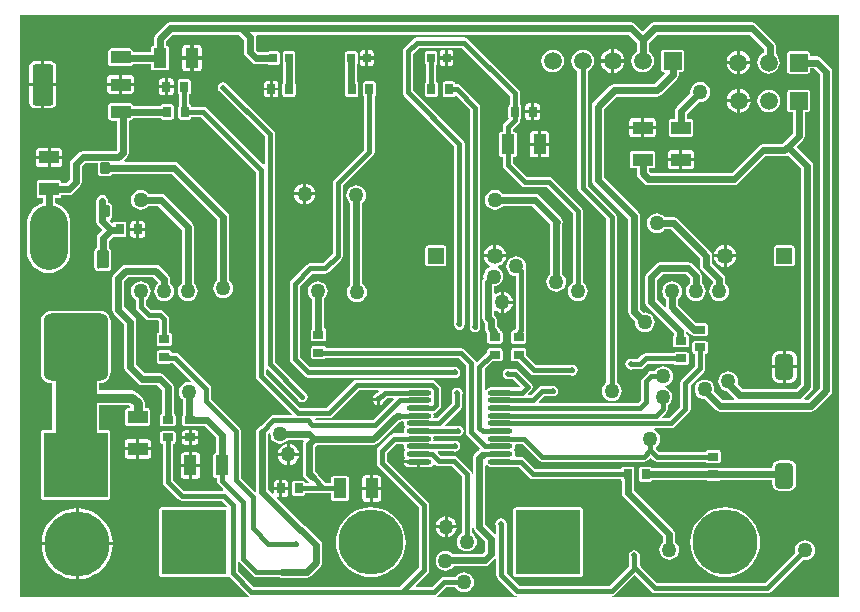
<source format=gbr>
G04 Layer_Physical_Order=1*
G04 Layer_Color=255*
%FSLAX42Y42*%
%MOMM*%
%TF.FileFunction,Copper,L1,Top,Signal*%
%TF.Part,Single*%
G01*
G75*
%TA.AperFunction,SMDPad,CuDef*%
G04:AMPARAMS|DCode=10|XSize=1.6mm|YSize=2.19mm|CornerRadius=0.4mm|HoleSize=0mm|Usage=FLASHONLY|Rotation=0.000|XOffset=0mm|YOffset=0mm|HoleType=Round|Shape=RoundedRectangle|*
%AMROUNDEDRECTD10*
21,1,1.60,1.39,0,0,0.0*
21,1,0.80,2.19,0,0,0.0*
1,1,0.80,0.40,-0.69*
1,1,0.80,-0.40,-0.69*
1,1,0.80,-0.40,0.69*
1,1,0.80,0.40,0.69*
%
%ADD10ROUNDEDRECTD10*%
%ADD11R,1.70X1.10*%
%ADD12O,2.10X0.45*%
%ADD13R,0.70X0.90*%
%ADD14R,0.90X0.70*%
%ADD15R,0.65X0.80*%
%ADD16R,1.10X1.70*%
G04:AMPARAMS|DCode=17|XSize=0.8mm|YSize=1mm|CornerRadius=0.1mm|HoleSize=0mm|Usage=FLASHONLY|Rotation=180.000|XOffset=0mm|YOffset=0mm|HoleType=Round|Shape=RoundedRectangle|*
%AMROUNDEDRECTD17*
21,1,0.80,0.80,0,0,180.0*
21,1,0.60,1.00,0,0,180.0*
1,1,0.20,-0.30,0.40*
1,1,0.20,0.30,0.40*
1,1,0.20,0.30,-0.40*
1,1,0.20,-0.30,-0.40*
%
%ADD17ROUNDEDRECTD17*%
G04:AMPARAMS|DCode=18|XSize=3.5mm|YSize=1.75mm|CornerRadius=0.22mm|HoleSize=0mm|Usage=FLASHONLY|Rotation=90.000|XOffset=0mm|YOffset=0mm|HoleType=Round|Shape=RoundedRectangle|*
%AMROUNDEDRECTD18*
21,1,3.50,1.31,0,0,90.0*
21,1,3.06,1.75,0,0,90.0*
1,1,0.44,0.66,1.53*
1,1,0.44,0.66,-1.53*
1,1,0.44,-0.66,-1.53*
1,1,0.44,-0.66,1.53*
%
%ADD18ROUNDEDRECTD18*%
G04:AMPARAMS|DCode=19|XSize=1.1mm|YSize=1.75mm|CornerRadius=0.14mm|HoleSize=0mm|Usage=FLASHONLY|Rotation=90.000|XOffset=0mm|YOffset=0mm|HoleType=Round|Shape=RoundedRectangle|*
%AMROUNDEDRECTD19*
21,1,1.10,1.48,0,0,90.0*
21,1,0.82,1.75,0,0,90.0*
1,1,0.28,0.74,0.41*
1,1,0.28,0.74,-0.41*
1,1,0.28,-0.74,-0.41*
1,1,0.28,-0.74,0.41*
%
%ADD19ROUNDEDRECTD19*%
G04:AMPARAMS|DCode=20|XSize=1.1mm|YSize=1.75mm|CornerRadius=0.14mm|HoleSize=0mm|Usage=FLASHONLY|Rotation=90.000|XOffset=0mm|YOffset=0mm|HoleType=Round|Shape=RoundedRectangle|*
%AMROUNDEDRECTD20*
21,1,1.10,1.48,0,0,90.0*
21,1,0.82,1.75,0,0,90.0*
1,1,0.28,0.74,0.41*
1,1,0.28,0.74,-0.41*
1,1,0.28,-0.74,-0.41*
1,1,0.28,-0.74,0.41*
%
%ADD20ROUNDEDRECTD20*%
G04:AMPARAMS|DCode=21|XSize=5.5mm|YSize=5.7mm|CornerRadius=0.69mm|HoleSize=0mm|Usage=FLASHONLY|Rotation=180.000|XOffset=0mm|YOffset=0mm|HoleType=Round|Shape=RoundedRectangle|*
%AMROUNDEDRECTD21*
21,1,5.50,4.33,0,0,180.0*
21,1,4.13,5.70,0,0,180.0*
1,1,1.38,-2.06,2.16*
1,1,1.38,2.06,2.16*
1,1,1.38,2.06,-2.16*
1,1,1.38,-2.06,-2.16*
%
%ADD21ROUNDEDRECTD21*%
G04:AMPARAMS|DCode=22|XSize=1mm|YSize=1.6mm|CornerRadius=0.13mm|HoleSize=0mm|Usage=FLASHONLY|Rotation=180.000|XOffset=0mm|YOffset=0mm|HoleType=Round|Shape=RoundedRectangle|*
%AMROUNDEDRECTD22*
21,1,1.00,1.35,0,0,180.0*
21,1,0.75,1.60,0,0,180.0*
1,1,0.25,-0.38,0.68*
1,1,0.25,0.38,0.68*
1,1,0.25,0.38,-0.68*
1,1,0.25,-0.38,-0.68*
%
%ADD22ROUNDEDRECTD22*%
%TA.AperFunction,Conductor*%
%ADD23C,0.45*%
%ADD24C,0.60*%
%ADD25C,0.80*%
%ADD26C,3.50*%
%ADD27C,3.25*%
%TA.AperFunction,ComponentPad*%
%ADD28R,1.50X1.50*%
%ADD29C,1.50*%
%ADD30R,5.50X5.50*%
%ADD31C,5.50*%
%ADD32R,5.50X5.50*%
%ADD33C,1.35*%
%ADD34R,1.35X1.35*%
%TA.AperFunction,ViaPad*%
%ADD35C,1.27*%
%ADD36C,0.50*%
%ADD37C,2.00*%
G36*
X3281Y1516D02*
X3279Y1507D01*
X3282Y1491D01*
X3292Y1477D01*
Y1473D01*
X3282Y1459D01*
X3279Y1443D01*
X3281Y1434D01*
X3272Y1421D01*
X3196D01*
X3180Y1418D01*
X3166Y1408D01*
X3063Y1306D01*
X3054Y1292D01*
X3050Y1275D01*
Y1169D01*
X3054Y1152D01*
X3063Y1138D01*
X3407Y795D01*
Y287D01*
X3245Y125D01*
X2005D01*
X1875Y255D01*
Y329D01*
X1887Y333D01*
X1888Y332D01*
X2001Y219D01*
X2015Y210D01*
X2031Y207D01*
X2219D01*
X2224Y203D01*
X2244Y199D01*
X2456D01*
X2476Y203D01*
X2492Y214D01*
X2574Y295D01*
X2585Y312D01*
X2588Y331D01*
Y473D01*
X2585Y492D01*
X2574Y509D01*
X2446Y637D01*
X2429Y648D01*
X2428Y648D01*
X2204Y873D01*
X2209Y885D01*
X2225D01*
Y944D01*
X2177D01*
Y918D01*
X2164Y912D01*
X2130Y947D01*
Y1420D01*
X2135Y1424D01*
X2142Y1421D01*
X2147Y1417D01*
X2150Y1397D01*
X2158Y1377D01*
X2172Y1359D01*
X2189Y1346D01*
X2209Y1337D01*
X2231Y1335D01*
X2253Y1337D01*
X2273Y1346D01*
X2291Y1359D01*
X2297Y1368D01*
X2424D01*
X2431Y1355D01*
X2428Y1351D01*
X2424Y1331D01*
Y1081D01*
X2428Y1062D01*
X2439Y1045D01*
X2470Y1014D01*
X2473Y1012D01*
X2469Y1000D01*
X2443D01*
Y1001D01*
X2441Y1009D01*
X2437Y1016D01*
X2430Y1020D01*
X2423Y1022D01*
X2352D01*
X2345Y1020D01*
X2338Y1016D01*
X2334Y1009D01*
X2332Y1001D01*
Y911D01*
X2334Y903D01*
X2338Y897D01*
X2345Y892D01*
X2352Y891D01*
X2423D01*
X2430Y892D01*
X2437Y897D01*
X2441Y903D01*
X2443Y911D01*
Y913D01*
X2662D01*
Y871D01*
X2664Y863D01*
X2668Y857D01*
X2675Y852D01*
X2683Y851D01*
X2792D01*
X2800Y852D01*
X2807Y857D01*
X2811Y863D01*
X2813Y871D01*
Y1041D01*
X2811Y1049D01*
X2807Y1056D01*
X2800Y1060D01*
X2792Y1062D01*
X2683D01*
X2675Y1060D01*
X2668Y1056D01*
X2664Y1049D01*
X2662Y1041D01*
Y1000D01*
X2618D01*
X2555Y1063D01*
X2553Y1070D01*
X2542Y1086D01*
X2526Y1102D01*
Y1310D01*
X2540Y1324D01*
X3021D01*
X3041Y1328D01*
X3057Y1339D01*
X3240Y1522D01*
X3241D01*
X3261Y1525D01*
X3266Y1529D01*
X3272D01*
X3281Y1516D01*
D02*
G37*
G36*
X3281Y1321D02*
X3279Y1312D01*
X3282Y1296D01*
X3292Y1282D01*
Y1278D01*
X3282Y1264D01*
X3279Y1248D01*
X3282Y1231D01*
X3291Y1219D01*
X3288Y1217D01*
X3277Y1201D01*
X3276Y1195D01*
X3405D01*
Y1182D01*
X3418D01*
Y1134D01*
X3488D01*
X3506Y1137D01*
X3522Y1148D01*
X3527Y1156D01*
X3543Y1157D01*
X3544Y1157D01*
X3558Y1147D01*
X3574Y1144D01*
X3682D01*
X3769Y1057D01*
Y578D01*
X3753Y566D01*
X3740Y548D01*
X3731Y528D01*
X3728Y506D01*
X3731Y484D01*
X3740Y464D01*
X3753Y447D01*
X3770Y433D01*
X3791Y425D01*
X3812Y422D01*
X3834Y425D01*
X3855Y433D01*
X3872Y447D01*
X3885Y464D01*
X3894Y484D01*
X3897Y506D01*
X3894Y528D01*
X3885Y548D01*
X3872Y566D01*
X3856Y578D01*
Y624D01*
X3869Y625D01*
X3872Y610D01*
X3883Y593D01*
X3968Y508D01*
Y423D01*
X3946Y401D01*
X3693D01*
X3691Y403D01*
X3673Y417D01*
X3653Y425D01*
X3631Y428D01*
X3609Y425D01*
X3589Y417D01*
X3572Y403D01*
X3558Y386D01*
X3550Y366D01*
X3547Y344D01*
X3550Y322D01*
X3558Y302D01*
X3572Y284D01*
X3589Y271D01*
X3609Y262D01*
X3631Y260D01*
X3653Y262D01*
X3673Y271D01*
X3691Y284D01*
X3702Y299D01*
X3967D01*
X3986Y303D01*
X4003Y314D01*
X4049Y360D01*
X4061Y355D01*
Y220D01*
X4065Y204D01*
X4074Y190D01*
X4205Y58D01*
X4219Y49D01*
X4234Y46D01*
X4233Y33D01*
X3565D01*
X3561Y46D01*
X3568Y51D01*
X3637Y119D01*
X3716D01*
X3728Y103D01*
X3745Y90D01*
X3766Y81D01*
X3788Y78D01*
X3809Y81D01*
X3830Y90D01*
X3847Y103D01*
X3860Y120D01*
X3869Y141D01*
X3872Y162D01*
X3869Y184D01*
X3860Y205D01*
X3847Y222D01*
X3830Y235D01*
X3809Y244D01*
X3788Y247D01*
X3766Y244D01*
X3745Y235D01*
X3728Y222D01*
X3716Y206D01*
X3619D01*
X3602Y203D01*
X3588Y193D01*
X3520Y125D01*
X3384D01*
X3379Y136D01*
X3481Y238D01*
X3490Y252D01*
X3493Y269D01*
Y812D01*
X3490Y829D01*
X3481Y843D01*
X3137Y1187D01*
Y1257D01*
X3214Y1334D01*
X3272D01*
X3281Y1321D01*
D02*
G37*
G36*
X3066Y1777D02*
X3050Y1761D01*
X3043Y1760D01*
X3026Y1749D01*
X3015Y1732D01*
X3014Y1725D01*
X3062D01*
Y1712D01*
X3075D01*
Y1664D01*
X3082Y1665D01*
X3099Y1676D01*
X3110Y1693D01*
X3111Y1700D01*
X3135Y1724D01*
X3190D01*
X3195Y1712D01*
X3138Y1655D01*
X3138Y1655D01*
X3019Y1537D01*
X2529D01*
X2527Y1540D01*
X2534Y1553D01*
X2646D01*
X2663Y1556D01*
X2677Y1565D01*
X2900Y1789D01*
X3061D01*
X3066Y1777D01*
D02*
G37*
G36*
X6967Y33D02*
X5042D01*
X5041Y46D01*
X5056Y49D01*
X5070Y58D01*
X5234Y223D01*
X5376Y82D01*
X5390Y72D01*
X5406Y69D01*
X6356D01*
X6373Y72D01*
X6387Y82D01*
X6655Y350D01*
X6675Y347D01*
X6697Y350D01*
X6717Y358D01*
X6735Y372D01*
X6748Y389D01*
X6756Y409D01*
X6759Y431D01*
X6756Y453D01*
X6748Y473D01*
X6735Y491D01*
X6717Y504D01*
X6697Y513D01*
X6675Y515D01*
X6653Y513D01*
X6633Y504D01*
X6615Y491D01*
X6602Y473D01*
X6594Y453D01*
X6591Y431D01*
X6593Y411D01*
X6338Y156D01*
X5424D01*
X5287Y293D01*
X5287Y293D01*
X5275Y305D01*
Y375D01*
X5277Y388D01*
X5274Y405D01*
X5264Y420D01*
X5249Y430D01*
X5231Y433D01*
X5214Y430D01*
X5199Y420D01*
X5189Y405D01*
X5185Y388D01*
X5188Y375D01*
Y299D01*
X5021Y132D01*
X4254D01*
X4148Y238D01*
Y651D01*
X4145Y668D01*
X4143Y671D01*
X4142Y674D01*
X4132Y689D01*
X4118Y699D01*
X4100Y702D01*
X4082Y699D01*
X4068Y689D01*
X4058Y674D01*
X4054Y656D01*
X4058Y639D01*
X4061Y633D01*
Y577D01*
X4049Y571D01*
X3970Y650D01*
Y1147D01*
X3979Y1151D01*
X3982Y1151D01*
X3996Y1142D01*
X4012Y1139D01*
X4250D01*
X4344Y1044D01*
X4358Y1035D01*
X4375Y1032D01*
X5120D01*
Y1030D01*
X5121Y1022D01*
X5124Y1018D01*
Y919D01*
X5128Y899D01*
X5139Y883D01*
X5474Y548D01*
Y504D01*
X5465Y497D01*
X5452Y480D01*
X5444Y459D01*
X5441Y438D01*
X5444Y416D01*
X5452Y395D01*
X5465Y378D01*
X5483Y365D01*
X5503Y356D01*
X5525Y353D01*
X5547Y356D01*
X5567Y365D01*
X5585Y378D01*
X5598Y395D01*
X5606Y416D01*
X5609Y438D01*
X5606Y459D01*
X5598Y480D01*
X5585Y497D01*
X5576Y504D01*
Y569D01*
X5572Y588D01*
X5561Y605D01*
X5226Y940D01*
Y1018D01*
X5229Y1022D01*
X5230Y1030D01*
Y1120D01*
X5229Y1128D01*
X5224Y1134D01*
X5218Y1139D01*
X5210Y1140D01*
X5140D01*
X5132Y1139D01*
X5126Y1134D01*
X5121Y1128D01*
X5120Y1120D01*
Y1118D01*
X4393D01*
X4298Y1213D01*
X4284Y1223D01*
X4267Y1226D01*
X4228D01*
X4219Y1239D01*
X4221Y1248D01*
X4218Y1264D01*
X4208Y1278D01*
Y1282D01*
X4218Y1296D01*
X4221Y1312D01*
X4219Y1321D01*
X4228Y1334D01*
X4280D01*
X4419Y1194D01*
X4433Y1185D01*
X4450Y1182D01*
X5312D01*
X5329Y1185D01*
X5343Y1194D01*
X5366Y1217D01*
X5388Y1194D01*
X5402Y1185D01*
X5419Y1182D01*
X5837D01*
X5841Y1176D01*
X5847Y1171D01*
X5855Y1170D01*
X5945D01*
X5953Y1171D01*
X5959Y1176D01*
X5964Y1182D01*
X5965Y1190D01*
Y1260D01*
X5964Y1268D01*
X5959Y1274D01*
X5953Y1279D01*
X5945Y1280D01*
X5855D01*
X5847Y1279D01*
X5841Y1274D01*
X5837Y1268D01*
X5437D01*
X5413Y1292D01*
X5414Y1307D01*
X5425Y1315D01*
X5439Y1333D01*
X5447Y1353D01*
X5450Y1375D01*
X5447Y1397D01*
X5439Y1417D01*
X5425Y1435D01*
X5408Y1448D01*
X5399Y1451D01*
X5402Y1464D01*
X5539D01*
X5555Y1467D01*
X5569Y1477D01*
X5693Y1601D01*
X5703Y1615D01*
X5706Y1631D01*
Y1832D01*
X5818Y1944D01*
X5828Y1958D01*
X5831Y1975D01*
Y2095D01*
X5833D01*
X5840Y2096D01*
X5847Y2101D01*
X5851Y2107D01*
X5853Y2115D01*
Y2185D01*
X5851Y2193D01*
X5847Y2199D01*
X5840Y2204D01*
X5833Y2205D01*
X5742D01*
X5735Y2204D01*
X5728Y2199D01*
X5724Y2193D01*
X5722Y2185D01*
Y2115D01*
X5724Y2107D01*
X5728Y2101D01*
X5735Y2096D01*
X5742Y2095D01*
X5744D01*
Y1993D01*
X5632Y1881D01*
X5622Y1867D01*
X5619Y1850D01*
Y1649D01*
X5521Y1551D01*
X5472D01*
X5468Y1563D01*
X5499Y1594D01*
X5509Y1608D01*
X5512Y1625D01*
Y1659D01*
X5528Y1672D01*
X5542Y1689D01*
X5550Y1709D01*
X5553Y1731D01*
X5550Y1753D01*
X5542Y1773D01*
X5528Y1791D01*
X5511Y1804D01*
X5493Y1812D01*
X5493Y1821D01*
X5493Y1824D01*
X5497Y1825D01*
X5517Y1833D01*
X5535Y1847D01*
X5548Y1864D01*
X5556Y1884D01*
X5559Y1906D01*
X5556Y1928D01*
X5548Y1948D01*
X5535Y1966D01*
X5517Y1979D01*
X5497Y1988D01*
X5475Y1990D01*
X5453Y1988D01*
X5433Y1979D01*
X5415Y1966D01*
X5403Y1950D01*
X5375D01*
X5358Y1946D01*
X5344Y1937D01*
X5301Y1893D01*
X5291Y1879D01*
X5288Y1862D01*
Y1705D01*
X5263Y1681D01*
X4427D01*
X4423Y1693D01*
X4468Y1738D01*
X4525D01*
X4538Y1735D01*
X4555Y1739D01*
X4570Y1749D01*
X4580Y1764D01*
X4583Y1781D01*
X4580Y1799D01*
X4570Y1814D01*
X4555Y1824D01*
X4538Y1827D01*
X4525Y1825D01*
X4450D01*
X4433Y1821D01*
X4419Y1812D01*
X4353Y1746D01*
X4336D01*
X4331Y1758D01*
X4359Y1785D01*
X4359Y1785D01*
X4368Y1799D01*
X4371Y1816D01*
X4368Y1832D01*
X4359Y1846D01*
X4249Y1956D01*
X4235Y1965D01*
X4219Y1968D01*
X4175D01*
X4162Y1971D01*
X4145Y1967D01*
X4130Y1957D01*
X4120Y1943D01*
X4117Y1925D01*
X4120Y1907D01*
X4130Y1893D01*
X4145Y1883D01*
X4162Y1879D01*
X4175Y1882D01*
X4201D01*
X4259Y1824D01*
X4254Y1811D01*
X4012D01*
X3996Y1808D01*
X3982Y1798D01*
X3975Y1788D01*
X3962Y1791D01*
Y1967D01*
X4027Y2032D01*
X4095D01*
X4103Y2034D01*
X4109Y2038D01*
X4114Y2045D01*
X4115Y2052D01*
Y2123D01*
X4114Y2130D01*
X4109Y2137D01*
X4103Y2141D01*
X4095Y2143D01*
X4005D01*
X3997Y2141D01*
X3991Y2137D01*
X3986Y2130D01*
X3985Y2123D01*
Y2112D01*
X3900Y2027D01*
X3886Y2032D01*
X3886Y2033D01*
X3876Y2047D01*
X3793Y2131D01*
X3779Y2140D01*
X3762Y2143D01*
X2621D01*
X2620Y2149D01*
X2616Y2156D01*
X2609Y2160D01*
X2601Y2162D01*
X2511D01*
X2503Y2160D01*
X2497Y2156D01*
X2492Y2149D01*
X2491Y2141D01*
Y2071D01*
X2492Y2063D01*
X2497Y2057D01*
X2503Y2052D01*
X2511Y2051D01*
X2601D01*
X2609Y2052D01*
X2615Y2057D01*
X3745D01*
X3802Y1999D01*
Y1436D01*
X3806Y1419D01*
X3815Y1405D01*
X3920Y1300D01*
X3921Y1297D01*
X3918Y1284D01*
X3905Y1276D01*
X3883Y1253D01*
X3872Y1237D01*
X3868Y1217D01*
Y1080D01*
X3855Y1079D01*
X3853Y1092D01*
X3843Y1106D01*
X3731Y1218D01*
X3717Y1228D01*
X3700Y1231D01*
X3592D01*
X3566Y1257D01*
X3571Y1269D01*
X3700D01*
X3712Y1267D01*
X3730Y1270D01*
X3745Y1280D01*
X3755Y1295D01*
X3758Y1312D01*
X3755Y1330D01*
X3745Y1345D01*
X3730Y1355D01*
X3712Y1358D01*
X3700Y1356D01*
X3538D01*
X3529Y1369D01*
X3531Y1377D01*
X3529Y1386D01*
X3538Y1399D01*
X3597D01*
X3602Y1398D01*
X3602Y1398D01*
X3602Y1398D01*
X3727D01*
X3740Y1396D01*
X3757Y1399D01*
X3772Y1409D01*
X3782Y1424D01*
X3786Y1442D01*
X3782Y1459D01*
X3772Y1474D01*
X3757Y1484D01*
X3740Y1487D01*
X3727Y1485D01*
X3631D01*
X3627Y1497D01*
X3762Y1632D01*
X3771Y1646D01*
X3775Y1662D01*
Y1750D01*
X3777Y1762D01*
X3774Y1780D01*
X3764Y1795D01*
X3749Y1805D01*
X3731Y1808D01*
X3714Y1805D01*
X3699Y1795D01*
X3689Y1780D01*
X3685Y1762D01*
X3688Y1750D01*
Y1680D01*
X3558Y1551D01*
X3538D01*
X3529Y1564D01*
X3531Y1573D01*
X3529Y1583D01*
X3528Y1589D01*
X3538Y1597D01*
X3542Y1597D01*
X3556Y1607D01*
X3583Y1634D01*
X3593Y1648D01*
X3596Y1665D01*
Y1794D01*
X3593Y1811D01*
X3583Y1825D01*
X3545Y1863D01*
X3531Y1873D01*
X3514Y1876D01*
X2883D01*
X2866Y1873D01*
X2852Y1863D01*
X2628Y1639D01*
X2397D01*
X2112Y1924D01*
Y1959D01*
X2125Y1964D01*
X2379Y1710D01*
X2386Y1699D01*
X2401Y1689D01*
X2419Y1685D01*
X2436Y1689D01*
X2451Y1699D01*
X2461Y1714D01*
X2465Y1731D01*
X2461Y1749D01*
X2451Y1764D01*
X2440Y1771D01*
X2187Y2024D01*
Y3956D01*
X2184Y3973D01*
X2174Y3987D01*
X1790Y4372D01*
X1782Y4382D01*
X1768Y4392D01*
X1750Y4396D01*
X1732Y4392D01*
X1718Y4382D01*
X1708Y4368D01*
X1704Y4350D01*
X1708Y4332D01*
X1718Y4318D01*
X1728Y4310D01*
X2100Y3938D01*
Y3704D01*
X2088Y3699D01*
X1612Y4174D01*
X1598Y4184D01*
X1581Y4187D01*
X1480D01*
Y4189D01*
X1479Y4197D01*
X1474Y4203D01*
X1468Y4208D01*
X1462Y4209D01*
Y4293D01*
X1468Y4297D01*
X1473Y4303D01*
X1474Y4311D01*
Y4401D01*
X1473Y4409D01*
X1468Y4416D01*
X1462Y4420D01*
X1454Y4422D01*
X1384D01*
X1376Y4420D01*
X1369Y4416D01*
X1365Y4409D01*
X1363Y4401D01*
Y4311D01*
X1365Y4303D01*
X1369Y4297D01*
X1375Y4293D01*
Y4203D01*
X1371Y4197D01*
X1370Y4189D01*
Y4099D01*
X1371Y4091D01*
X1376Y4084D01*
X1382Y4080D01*
X1390Y4078D01*
X1460D01*
X1468Y4080D01*
X1474Y4084D01*
X1479Y4091D01*
X1480Y4099D01*
Y4100D01*
X1563D01*
X2025Y3638D01*
Y1906D01*
X2029Y1890D01*
X2038Y1876D01*
X2328Y1586D01*
X2323Y1574D01*
X2175D01*
X2158Y1571D01*
X2144Y1562D01*
X2066Y1483D01*
X2059Y1482D01*
X2043Y1471D01*
X2032Y1455D01*
X2028Y1435D01*
Y933D01*
X2015Y927D01*
X1898Y1044D01*
Y1445D01*
X1895Y1462D01*
X1886Y1476D01*
X1650Y1712D01*
Y1800D01*
X1646Y1817D01*
X1637Y1831D01*
X1374Y2093D01*
X1360Y2103D01*
X1344Y2106D01*
X1315D01*
X1314Y2112D01*
X1309Y2118D01*
X1303Y2123D01*
X1295Y2124D01*
X1205D01*
X1197Y2123D01*
X1191Y2118D01*
X1186Y2112D01*
X1185Y2104D01*
Y2034D01*
X1186Y2026D01*
X1191Y2019D01*
X1197Y2015D01*
X1205Y2013D01*
X1295D01*
X1303Y2015D01*
X1309Y2019D01*
X1326D01*
X1475Y1869D01*
X1470Y1857D01*
X1456Y1859D01*
X1434Y1856D01*
X1414Y1848D01*
X1397Y1835D01*
X1383Y1817D01*
X1375Y1797D01*
X1372Y1775D01*
X1375Y1753D01*
X1383Y1733D01*
X1397Y1715D01*
X1405Y1709D01*
Y1581D01*
X1405Y1580D01*
X1403Y1573D01*
Y1502D01*
X1405Y1495D01*
X1409Y1488D01*
X1416Y1484D01*
X1424Y1482D01*
X1514D01*
X1522Y1484D01*
X1526Y1487D01*
X1591D01*
X1690Y1388D01*
Y1255D01*
X1686D01*
X1678Y1254D01*
X1672Y1249D01*
X1667Y1243D01*
X1666Y1235D01*
Y1065D01*
X1667Y1057D01*
X1672Y1051D01*
X1678Y1046D01*
X1686Y1045D01*
X1698D01*
Y1021D01*
X1701Y1005D01*
X1711Y991D01*
X1751Y950D01*
X1746Y937D01*
X1418D01*
X1325Y1030D01*
Y1332D01*
X1326D01*
X1334Y1334D01*
X1341Y1338D01*
X1345Y1345D01*
X1347Y1352D01*
Y1423D01*
X1345Y1430D01*
X1341Y1437D01*
X1334Y1441D01*
X1326Y1443D01*
X1236D01*
X1228Y1441D01*
X1222Y1437D01*
X1217Y1430D01*
X1216Y1423D01*
Y1352D01*
X1217Y1345D01*
X1222Y1338D01*
X1228Y1334D01*
X1236Y1332D01*
X1238D01*
Y1012D01*
X1241Y996D01*
X1251Y982D01*
X1369Y863D01*
X1383Y854D01*
X1400Y850D01*
X1738D01*
X1782Y807D01*
X1776Y795D01*
X1775Y795D01*
X1775Y795D01*
X1225D01*
X1217Y794D01*
X1211Y789D01*
X1206Y783D01*
X1205Y775D01*
Y225D01*
X1206Y217D01*
X1211Y211D01*
X1217Y206D01*
X1225Y205D01*
X1775D01*
X1783Y206D01*
X1789Y211D01*
X1790D01*
X1802Y206D01*
X1957Y51D01*
X1964Y46D01*
X1960Y33D01*
X33D01*
Y4967D01*
X6967D01*
Y33D01*
D02*
G37*
%LPC*%
G36*
X2995Y944D02*
X2927D01*
Y871D01*
X2929Y861D01*
X2934Y853D01*
X2943Y847D01*
X2952Y845D01*
X2995D01*
Y944D01*
D02*
G37*
G36*
X3088D02*
X3020D01*
Y845D01*
X3062D01*
X3072Y847D01*
X3081Y853D01*
X3086Y861D01*
X3088Y871D01*
Y944D01*
D02*
G37*
G36*
X2298D02*
X2250D01*
Y885D01*
X2273D01*
X2282Y887D01*
X2291Y893D01*
X2296Y901D01*
X2298Y911D01*
Y944D01*
D02*
G37*
G36*
X3062Y1067D02*
X3020D01*
Y969D01*
X3088D01*
Y1041D01*
X3086Y1051D01*
X3081Y1060D01*
X3072Y1065D01*
X3062Y1067D01*
D02*
G37*
G36*
X2273Y1027D02*
X2250D01*
Y969D01*
X2298D01*
Y1001D01*
X2296Y1011D01*
X2291Y1020D01*
X2282Y1025D01*
X2273Y1027D01*
D02*
G37*
G36*
X2225D02*
X2202D01*
X2193Y1025D01*
X2184Y1020D01*
X2179Y1011D01*
X2177Y1001D01*
Y969D01*
X2225D01*
Y1027D01*
D02*
G37*
G36*
X2995Y1067D02*
X2952D01*
X2943Y1065D01*
X2934Y1060D01*
X2929Y1051D01*
X2927Y1041D01*
Y969D01*
X2995D01*
Y1067D01*
D02*
G37*
G36*
X3000Y796D02*
X2954Y792D01*
X2909Y781D01*
X2866Y764D01*
X2826Y739D01*
X2791Y709D01*
X2761Y674D01*
X2736Y634D01*
X2719Y591D01*
X2708Y546D01*
X2704Y500D01*
X2708Y454D01*
X2719Y409D01*
X2736Y366D01*
X2761Y326D01*
X2791Y291D01*
X2826Y261D01*
X2866Y236D01*
X2909Y219D01*
X2954Y208D01*
X3000Y204D01*
X3046Y208D01*
X3091Y219D01*
X3134Y236D01*
X3174Y261D01*
X3209Y291D01*
X3239Y326D01*
X3264Y366D01*
X3281Y409D01*
X3292Y454D01*
X3296Y500D01*
X3292Y546D01*
X3281Y591D01*
X3264Y634D01*
X3239Y674D01*
X3209Y709D01*
X3174Y739D01*
X3134Y764D01*
X3091Y781D01*
X3046Y792D01*
X3000Y796D01*
D02*
G37*
G36*
X2313Y1332D02*
Y1256D01*
X2388D01*
X2387Y1267D01*
X2378Y1289D01*
X2363Y1307D01*
X2345Y1321D01*
X2323Y1330D01*
X2313Y1332D01*
D02*
G37*
G36*
X2287D02*
X2277Y1330D01*
X2255Y1321D01*
X2237Y1307D01*
X2222Y1289D01*
X2213Y1267D01*
X2212Y1256D01*
X2287D01*
Y1332D01*
D02*
G37*
G36*
Y1231D02*
X2212D01*
X2213Y1221D01*
X2222Y1199D01*
X2237Y1180D01*
X2255Y1166D01*
X2277Y1157D01*
X2287Y1156D01*
Y1231D01*
D02*
G37*
G36*
X2388D02*
X2313D01*
Y1156D01*
X2323Y1157D01*
X2345Y1166D01*
X2363Y1180D01*
X2378Y1199D01*
X2387Y1221D01*
X2388Y1231D01*
D02*
G37*
G36*
X3625Y719D02*
X3614Y718D01*
X3593Y709D01*
X3574Y695D01*
X3560Y676D01*
X3551Y654D01*
X3550Y644D01*
X3625D01*
Y719D01*
D02*
G37*
G36*
X3650D02*
Y644D01*
X3725D01*
X3724Y654D01*
X3715Y676D01*
X3701Y695D01*
X3682Y709D01*
X3661Y718D01*
X3650Y719D01*
D02*
G37*
G36*
X3625Y619D02*
X3550D01*
X3551Y608D01*
X3560Y586D01*
X3574Y568D01*
X3593Y554D01*
X3614Y545D01*
X3625Y543D01*
Y619D01*
D02*
G37*
G36*
X3725D02*
X3650D01*
Y543D01*
X3661Y545D01*
X3682Y554D01*
X3701Y568D01*
X3715Y586D01*
X3724Y608D01*
X3725Y619D01*
D02*
G37*
G36*
X3392Y1170D02*
X3276D01*
X3277Y1164D01*
X3288Y1148D01*
X3304Y1137D01*
X3322Y1134D01*
X3392D01*
Y1170D01*
D02*
G37*
G36*
X3050Y1700D02*
X3014D01*
X3015Y1693D01*
X3026Y1676D01*
X3043Y1665D01*
X3050Y1664D01*
Y1700D01*
D02*
G37*
G36*
X6540Y2120D02*
X6513D01*
Y1997D01*
X6606D01*
Y2054D01*
X6604Y2071D01*
X6597Y2087D01*
X6587Y2101D01*
X6573Y2111D01*
X6557Y2118D01*
X6540Y2120D01*
D02*
G37*
G36*
X5670Y2112D02*
X5580D01*
X5572Y2110D01*
X5566Y2106D01*
X5562Y2100D01*
X5325D01*
X5308Y2096D01*
X5294Y2087D01*
X5257Y2050D01*
X5213D01*
X5200Y2052D01*
X5182Y2049D01*
X5168Y2039D01*
X5158Y2024D01*
X5154Y2006D01*
X5158Y1989D01*
X5168Y1974D01*
X5182Y1964D01*
X5200Y1960D01*
X5213Y1963D01*
X5275D01*
X5292Y1966D01*
X5306Y1976D01*
X5343Y2013D01*
X5562D01*
X5566Y2007D01*
X5572Y2002D01*
X5580Y2001D01*
X5670D01*
X5678Y2002D01*
X5684Y2007D01*
X5689Y2013D01*
X5690Y2021D01*
Y2091D01*
X5689Y2099D01*
X5684Y2106D01*
X5678Y2110D01*
X5670Y2112D01*
D02*
G37*
G36*
X6487Y2120D02*
X6460D01*
X6443Y2118D01*
X6427Y2111D01*
X6413Y2101D01*
X6403Y2087D01*
X6396Y2071D01*
X6394Y2054D01*
Y1997D01*
X6487D01*
Y2120D01*
D02*
G37*
G36*
X6013Y3017D02*
Y2938D01*
X6092D01*
X6091Y2949D01*
X6081Y2972D01*
X6066Y2991D01*
X6047Y3006D01*
X6024Y3016D01*
X6013Y3017D01*
D02*
G37*
G36*
X2550Y2709D02*
X2528Y2706D01*
X2508Y2698D01*
X2490Y2685D01*
X2477Y2667D01*
X2469Y2647D01*
X2466Y2625D01*
X2469Y2603D01*
X2477Y2583D01*
X2490Y2565D01*
X2505Y2554D01*
Y2310D01*
X2503Y2310D01*
X2497Y2306D01*
X2492Y2299D01*
X2491Y2291D01*
Y2221D01*
X2492Y2213D01*
X2497Y2207D01*
X2503Y2202D01*
X2511Y2201D01*
X2601D01*
X2609Y2202D01*
X2616Y2207D01*
X2620Y2213D01*
X2622Y2221D01*
Y2291D01*
X2620Y2299D01*
X2616Y2306D01*
X2609Y2310D01*
X2607Y2310D01*
Y2564D01*
X2610Y2565D01*
X2623Y2583D01*
X2631Y2603D01*
X2634Y2625D01*
X2631Y2647D01*
X2623Y2667D01*
X2610Y2685D01*
X2592Y2698D01*
X2572Y2706D01*
X2550Y2709D01*
D02*
G37*
G36*
X5629Y4670D02*
X5479D01*
X5471Y4669D01*
X5465Y4664D01*
X5460Y4658D01*
X5459Y4650D01*
Y4500D01*
X5460Y4492D01*
X5465Y4486D01*
X5471Y4481D01*
X5479Y4480D01*
X5485D01*
X5490Y4468D01*
X5398Y4376D01*
X5056D01*
X5037Y4372D01*
X5020Y4361D01*
X4883Y4224D01*
X4872Y4207D01*
X4868Y4188D01*
Y3569D01*
X4872Y3549D01*
X4883Y3533D01*
X5178Y3238D01*
Y2452D01*
X5182Y2433D01*
X5193Y2416D01*
X5236Y2373D01*
X5235Y2362D01*
X5237Y2341D01*
X5246Y2320D01*
X5259Y2303D01*
X5277Y2290D01*
X5297Y2281D01*
X5319Y2278D01*
X5341Y2281D01*
X5361Y2290D01*
X5378Y2303D01*
X5392Y2320D01*
X5400Y2341D01*
X5403Y2362D01*
X5400Y2384D01*
X5392Y2405D01*
X5378Y2422D01*
X5361Y2435D01*
X5341Y2444D01*
X5319Y2447D01*
X5308Y2445D01*
X5280Y2474D01*
Y3259D01*
X5276Y3278D01*
X5265Y3295D01*
X4970Y3590D01*
Y4166D01*
X5077Y4274D01*
X5419D01*
X5438Y4278D01*
X5455Y4289D01*
X5590Y4424D01*
X5601Y4441D01*
X5605Y4460D01*
Y4480D01*
X5629D01*
X5637Y4481D01*
X5643Y4486D01*
X5648Y4492D01*
X5649Y4500D01*
Y4650D01*
X5648Y4658D01*
X5643Y4664D01*
X5637Y4669D01*
X5629Y4670D01*
D02*
G37*
G36*
X1050Y2709D02*
X1028Y2706D01*
X1008Y2698D01*
X990Y2685D01*
X977Y2667D01*
X969Y2647D01*
X966Y2625D01*
X969Y2603D01*
X977Y2583D01*
X990Y2565D01*
X1007Y2553D01*
Y2494D01*
X1010Y2477D01*
X1019Y2463D01*
X1088Y2394D01*
X1102Y2385D01*
X1119Y2382D01*
X1195D01*
X1207Y2370D01*
Y2274D01*
X1205D01*
X1197Y2273D01*
X1191Y2268D01*
X1186Y2262D01*
X1185Y2254D01*
Y2184D01*
X1186Y2176D01*
X1191Y2169D01*
X1197Y2165D01*
X1205Y2163D01*
X1295D01*
X1303Y2165D01*
X1309Y2169D01*
X1314Y2176D01*
X1315Y2184D01*
Y2254D01*
X1314Y2262D01*
X1309Y2268D01*
X1303Y2273D01*
X1295Y2274D01*
X1293D01*
Y2388D01*
X1290Y2404D01*
X1281Y2418D01*
X1243Y2456D01*
X1229Y2465D01*
X1212Y2468D01*
X1137D01*
X1093Y2512D01*
Y2553D01*
X1110Y2565D01*
X1123Y2583D01*
X1131Y2603D01*
X1134Y2625D01*
X1131Y2647D01*
X1123Y2667D01*
X1110Y2685D01*
X1092Y2698D01*
X1072Y2706D01*
X1050Y2709D01*
D02*
G37*
G36*
X4231Y2922D02*
X4209Y2919D01*
X4189Y2910D01*
X4172Y2897D01*
X4158Y2880D01*
X4150Y2859D01*
X4147Y2838D01*
X4150Y2816D01*
X4158Y2795D01*
X4172Y2778D01*
X4189Y2765D01*
X4209Y2756D01*
X4225Y2754D01*
Y2312D01*
X4219Y2306D01*
X4211Y2293D01*
X4205D01*
X4197Y2291D01*
X4191Y2287D01*
X4186Y2280D01*
X4185Y2273D01*
Y2202D01*
X4186Y2195D01*
X4191Y2188D01*
X4197Y2184D01*
X4205Y2182D01*
X4295D01*
X4303Y2184D01*
X4309Y2188D01*
X4314Y2195D01*
X4315Y2202D01*
Y2273D01*
X4314Y2280D01*
X4310Y2285D01*
X4312Y2294D01*
Y2800D01*
X4310Y2810D01*
X4313Y2816D01*
X4315Y2838D01*
X4313Y2859D01*
X4304Y2880D01*
X4291Y2897D01*
X4273Y2910D01*
X4253Y2919D01*
X4231Y2922D01*
D02*
G37*
G36*
X4295Y2143D02*
X4205D01*
X4197Y2141D01*
X4191Y2137D01*
X4186Y2130D01*
X4185Y2123D01*
Y2052D01*
X4186Y2045D01*
X4191Y2038D01*
X4197Y2034D01*
X4205Y2032D01*
X4244D01*
X4351Y1926D01*
X4365Y1916D01*
X4381Y1913D01*
X4693D01*
X4706Y1910D01*
X4724Y1914D01*
X4739Y1924D01*
X4749Y1939D01*
X4752Y1956D01*
X4749Y1974D01*
X4739Y1989D01*
X4724Y1999D01*
X4706Y2002D01*
X4693Y2000D01*
X4399D01*
X4315Y2083D01*
Y2123D01*
X4314Y2130D01*
X4309Y2137D01*
X4303Y2141D01*
X4295Y2143D01*
D02*
G37*
G36*
X4792Y4671D02*
X4767Y4668D01*
X4744Y4658D01*
X4724Y4643D01*
X4709Y4623D01*
X4699Y4600D01*
X4696Y4575D01*
X4699Y4550D01*
X4709Y4527D01*
X4724Y4507D01*
X4744Y4492D01*
X4749Y4490D01*
Y3502D01*
X4752Y3485D01*
X4761Y3471D01*
X4994Y3238D01*
Y1853D01*
X4978Y1841D01*
X4965Y1823D01*
X4956Y1803D01*
X4953Y1781D01*
X4956Y1759D01*
X4965Y1739D01*
X4978Y1722D01*
X4995Y1708D01*
X5016Y1700D01*
X5038Y1697D01*
X5059Y1700D01*
X5080Y1708D01*
X5097Y1722D01*
X5110Y1739D01*
X5119Y1759D01*
X5122Y1781D01*
X5119Y1803D01*
X5110Y1823D01*
X5097Y1841D01*
X5081Y1853D01*
Y3256D01*
X5078Y3273D01*
X5068Y3287D01*
X4835Y3520D01*
Y4490D01*
X4840Y4492D01*
X4860Y4507D01*
X4875Y4527D01*
X4885Y4550D01*
X4888Y4575D01*
X4885Y4600D01*
X4875Y4623D01*
X4860Y4643D01*
X4840Y4658D01*
X4817Y4668D01*
X4792Y4671D01*
D02*
G37*
G36*
X706Y2461D02*
X294D01*
X271Y2458D01*
X249Y2449D01*
X230Y2435D01*
X216Y2416D01*
X207Y2394D01*
X204Y2371D01*
Y1939D01*
X207Y1916D01*
X216Y1894D01*
X230Y1875D01*
X249Y1861D01*
X271Y1852D01*
X294Y1849D01*
X304D01*
Y1725D01*
Y1452D01*
X225D01*
X217Y1451D01*
X211Y1446D01*
X206Y1440D01*
X205Y1432D01*
Y882D01*
X206Y874D01*
X211Y867D01*
X217Y863D01*
X225Y861D01*
X775D01*
X783Y863D01*
X789Y867D01*
X794Y874D01*
X795Y882D01*
Y1432D01*
X794Y1440D01*
X789Y1446D01*
X783Y1451D01*
X775Y1452D01*
X696D01*
Y1664D01*
X950D01*
X964Y1650D01*
Y1635D01*
X940D01*
X932Y1634D01*
X926Y1629D01*
X921Y1623D01*
X920Y1615D01*
Y1505D01*
X921Y1497D01*
X926Y1491D01*
X932Y1486D01*
X940Y1485D01*
X1110D01*
X1118Y1486D01*
X1124Y1491D01*
X1129Y1497D01*
X1130Y1505D01*
Y1615D01*
X1129Y1623D01*
X1124Y1629D01*
X1118Y1634D01*
X1110Y1635D01*
X1086D01*
Y1675D01*
X1082Y1698D01*
X1068Y1718D01*
X1018Y1768D01*
X998Y1782D01*
X975Y1786D01*
X696D01*
Y1849D01*
X706D01*
X729Y1852D01*
X751Y1861D01*
X770Y1875D01*
X784Y1894D01*
X793Y1916D01*
X796Y1939D01*
Y2371D01*
X793Y2394D01*
X784Y2416D01*
X770Y2435D01*
X751Y2449D01*
X729Y2458D01*
X706Y2461D01*
D02*
G37*
G36*
X1012Y3137D02*
X964D01*
Y3105D01*
X966Y3095D01*
X972Y3087D01*
X980Y3081D01*
X990Y3079D01*
X1012D01*
Y3137D01*
D02*
G37*
G36*
X6606Y1972D02*
X6513D01*
Y1849D01*
X6540D01*
X6557Y1851D01*
X6573Y1858D01*
X6587Y1868D01*
X6597Y1882D01*
X6604Y1898D01*
X6606Y1915D01*
Y1972D01*
D02*
G37*
G36*
X3023Y4403D02*
X2952D01*
X2945Y4401D01*
X2938Y4397D01*
X2934Y4390D01*
X2932Y4383D01*
Y4292D01*
X2934Y4285D01*
X2938Y4278D01*
X2944Y4274D01*
Y3824D01*
X2688Y3568D01*
X2679Y3554D01*
X2675Y3538D01*
Y2943D01*
X2595Y2862D01*
X2488D01*
X2471Y2859D01*
X2457Y2849D01*
X2326Y2718D01*
X2316Y2704D01*
X2313Y2688D01*
Y2050D01*
X2316Y2033D01*
X2326Y2019D01*
X2438Y1907D01*
X2452Y1897D01*
X2469Y1894D01*
X3700D01*
X3712Y1892D01*
X3730Y1895D01*
X3745Y1905D01*
X3755Y1920D01*
X3758Y1938D01*
X3755Y1955D01*
X3745Y1970D01*
X3730Y1980D01*
X3712Y1983D01*
X3700Y1981D01*
X2487D01*
X2400Y2068D01*
Y2670D01*
X2505Y2775D01*
X2612D01*
X2629Y2779D01*
X2643Y2788D01*
X2749Y2894D01*
X2759Y2908D01*
X2762Y2925D01*
Y3520D01*
X3018Y3776D01*
X3028Y3790D01*
X3031Y3806D01*
Y4274D01*
X3037Y4278D01*
X3041Y4285D01*
X3043Y4292D01*
Y4383D01*
X3041Y4390D01*
X3037Y4397D01*
X3030Y4401D01*
X3023Y4403D01*
D02*
G37*
G36*
X6696Y4658D02*
X6546D01*
X6538Y4656D01*
X6531Y4652D01*
X6527Y4645D01*
X6525Y4638D01*
Y4488D01*
X6527Y4480D01*
X6531Y4473D01*
X6538Y4469D01*
X6546Y4467D01*
X6696D01*
X6703Y4469D01*
X6710Y4473D01*
X6714Y4480D01*
X6716Y4488D01*
Y4512D01*
X6754D01*
X6805Y4460D01*
Y1809D01*
X6704Y1707D01*
X6672D01*
X6667Y1720D01*
X6730Y1783D01*
X6741Y1799D01*
X6745Y1819D01*
Y3688D01*
X6741Y3707D01*
X6730Y3724D01*
X6603Y3850D01*
X6659Y3905D01*
X6670Y3922D01*
X6674Y3942D01*
Y4142D01*
X6698D01*
X6706Y4144D01*
X6712Y4148D01*
X6717Y4155D01*
X6718Y4162D01*
Y4312D01*
X6717Y4320D01*
X6712Y4327D01*
X6706Y4331D01*
X6698Y4333D01*
X6548D01*
X6540Y4331D01*
X6533Y4327D01*
X6529Y4320D01*
X6527Y4312D01*
Y4162D01*
X6529Y4155D01*
X6533Y4148D01*
X6540Y4144D01*
X6548Y4142D01*
X6572D01*
Y3963D01*
X6495Y3886D01*
X6495Y3886D01*
X6479Y3870D01*
X6319D01*
X6299Y3866D01*
X6283Y3855D01*
X6054Y3626D01*
X5371D01*
X5351Y3646D01*
Y3665D01*
X5385D01*
X5393Y3666D01*
X5399Y3671D01*
X5404Y3677D01*
X5405Y3685D01*
Y3795D01*
X5404Y3803D01*
X5399Y3809D01*
X5393Y3814D01*
X5385Y3815D01*
X5215D01*
X5207Y3814D01*
X5201Y3809D01*
X5196Y3803D01*
X5195Y3795D01*
Y3685D01*
X5196Y3677D01*
X5201Y3671D01*
X5207Y3666D01*
X5215Y3665D01*
X5249D01*
Y3625D01*
X5253Y3605D01*
X5264Y3589D01*
X5314Y3539D01*
X5330Y3528D01*
X5350Y3524D01*
X6075D01*
X6095Y3528D01*
X6111Y3539D01*
X6340Y3768D01*
X6500D01*
X6520Y3772D01*
X6530Y3779D01*
X6643Y3666D01*
Y1840D01*
X6604Y1801D01*
X6140D01*
X6105Y1836D01*
X6106Y1841D01*
X6109Y1862D01*
X6106Y1884D01*
X6098Y1905D01*
X6085Y1922D01*
X6067Y1935D01*
X6047Y1944D01*
X6025Y1947D01*
X6003Y1944D01*
X5983Y1935D01*
X5965Y1922D01*
X5952Y1905D01*
X5944Y1884D01*
X5941Y1862D01*
X5944Y1841D01*
X5952Y1820D01*
X5965Y1803D01*
X5983Y1790D01*
X6003Y1781D01*
X6017Y1779D01*
X6077Y1720D01*
X6071Y1707D01*
X5977D01*
X5907Y1778D01*
X5909Y1794D01*
X5906Y1816D01*
X5898Y1836D01*
X5884Y1853D01*
X5867Y1867D01*
X5847Y1875D01*
X5825Y1878D01*
X5803Y1875D01*
X5783Y1867D01*
X5765Y1853D01*
X5752Y1836D01*
X5744Y1816D01*
X5741Y1794D01*
X5744Y1772D01*
X5752Y1752D01*
X5765Y1734D01*
X5783Y1721D01*
X5803Y1712D01*
X5825Y1710D01*
X5830Y1710D01*
X5920Y1620D01*
X5937Y1609D01*
X5956Y1605D01*
X6725D01*
X6745Y1609D01*
X6761Y1620D01*
X6892Y1751D01*
X6903Y1768D01*
X6907Y1788D01*
Y4481D01*
X6903Y4501D01*
X6892Y4517D01*
X6811Y4599D01*
X6795Y4610D01*
X6775Y4613D01*
X6716D01*
Y4638D01*
X6714Y4645D01*
X6710Y4652D01*
X6703Y4656D01*
X6696Y4658D01*
D02*
G37*
G36*
X6487Y1972D02*
X6394D01*
Y1915D01*
X6396Y1898D01*
X6403Y1882D01*
X6413Y1868D01*
X6427Y1858D01*
X6443Y1851D01*
X6460Y1849D01*
X6487D01*
Y1972D01*
D02*
G37*
G36*
X3697Y4403D02*
X3628D01*
X3620Y4401D01*
X3613Y4397D01*
X3609Y4390D01*
X3607Y4383D01*
Y4292D01*
X3609Y4285D01*
X3613Y4278D01*
X3620Y4274D01*
X3628Y4272D01*
X3697D01*
X3705Y4274D01*
X3712Y4278D01*
X3726Y4276D01*
X3838Y4163D01*
Y2338D01*
X3835Y2325D01*
X3839Y2307D01*
X3849Y2293D01*
X3864Y2283D01*
X3881Y2279D01*
X3899Y2283D01*
X3914Y2293D01*
X3924Y2307D01*
X3927Y2325D01*
X3925Y2338D01*
Y4181D01*
X3921Y4198D01*
X3912Y4212D01*
X3756Y4368D01*
X3742Y4378D01*
X3725Y4381D01*
X3718D01*
Y4383D01*
X3716Y4390D01*
X3712Y4397D01*
X3705Y4401D01*
X3697Y4403D01*
D02*
G37*
G36*
X5987Y2912D02*
X5908D01*
X5909Y2901D01*
X5919Y2878D01*
X5934Y2859D01*
X5953Y2844D01*
X5976Y2834D01*
X5987Y2833D01*
Y2912D01*
D02*
G37*
G36*
X6092D02*
X6013D01*
Y2833D01*
X6024Y2834D01*
X6047Y2844D01*
X6066Y2859D01*
X6081Y2878D01*
X6091Y2901D01*
X6092Y2912D01*
D02*
G37*
G36*
X4125Y2619D02*
Y2544D01*
X4200D01*
X4199Y2554D01*
X4190Y2576D01*
X4176Y2595D01*
X4157Y2609D01*
X4136Y2618D01*
X4125Y2619D01*
D02*
G37*
G36*
X4050Y3484D02*
X4028Y3481D01*
X4008Y3473D01*
X3990Y3460D01*
X3977Y3442D01*
X3969Y3422D01*
X3966Y3400D01*
X3969Y3378D01*
X3977Y3358D01*
X3990Y3340D01*
X4008Y3327D01*
X4028Y3319D01*
X4050Y3316D01*
X4072Y3319D01*
X4092Y3327D01*
X4110Y3340D01*
X4116Y3349D01*
X4366D01*
X4518Y3198D01*
Y2772D01*
X4509Y2766D01*
X4496Y2748D01*
X4487Y2728D01*
X4485Y2706D01*
X4487Y2684D01*
X4496Y2664D01*
X4509Y2647D01*
X4527Y2633D01*
X4547Y2625D01*
X4569Y2622D01*
X4591Y2625D01*
X4611Y2633D01*
X4628Y2647D01*
X4642Y2664D01*
X4650Y2684D01*
X4653Y2706D01*
X4650Y2728D01*
X4642Y2748D01*
X4628Y2766D01*
X4620Y2772D01*
Y3189D01*
X4622Y3193D01*
X4626Y3212D01*
X4622Y3232D01*
X4611Y3249D01*
X4424Y3436D01*
X4407Y3447D01*
X4388Y3451D01*
X4116D01*
X4110Y3460D01*
X4092Y3473D01*
X4072Y3481D01*
X4050Y3484D01*
D02*
G37*
G36*
X4063Y3017D02*
Y2938D01*
X4142D01*
X4141Y2949D01*
X4131Y2972D01*
X4116Y2991D01*
X4097Y3006D01*
X4074Y3016D01*
X4063Y3017D01*
D02*
G37*
G36*
X4037D02*
X4026Y3016D01*
X4003Y3006D01*
X3984Y2991D01*
X3969Y2972D01*
X3959Y2949D01*
X3958Y2938D01*
X4037D01*
Y3017D01*
D02*
G37*
G36*
X6568Y3013D02*
X6432D01*
X6425Y3011D01*
X6418Y3007D01*
X6414Y3000D01*
X6412Y2992D01*
Y2858D01*
X6414Y2850D01*
X6418Y2843D01*
X6425Y2839D01*
X6432Y2837D01*
X6568D01*
X6575Y2839D01*
X6582Y2843D01*
X6586Y2850D01*
X6588Y2858D01*
Y2992D01*
X6586Y3000D01*
X6582Y3007D01*
X6575Y3011D01*
X6568Y3013D01*
D02*
G37*
G36*
X3617Y3013D02*
X3483D01*
X3475Y3011D01*
X3468Y3007D01*
X3464Y3000D01*
X3462Y2993D01*
Y2858D01*
X3464Y2850D01*
X3468Y2843D01*
X3475Y2839D01*
X3483Y2837D01*
X3617D01*
X3625Y2839D01*
X3632Y2843D01*
X3636Y2850D01*
X3638Y2858D01*
Y2993D01*
X3636Y3000D01*
X3632Y3007D01*
X3625Y3011D01*
X3617Y3013D01*
D02*
G37*
G36*
X5419Y3284D02*
X5397Y3281D01*
X5377Y3273D01*
X5359Y3260D01*
X5346Y3242D01*
X5337Y3222D01*
X5335Y3200D01*
X5337Y3178D01*
X5346Y3158D01*
X5359Y3140D01*
X5377Y3127D01*
X5397Y3119D01*
X5419Y3116D01*
X5441Y3119D01*
X5461Y3127D01*
X5478Y3140D01*
X5485Y3149D01*
X5541D01*
X5787Y2904D01*
Y2838D01*
X5790Y2818D01*
X5801Y2801D01*
X5899Y2704D01*
Y2691D01*
X5890Y2685D01*
X5877Y2667D01*
X5869Y2647D01*
X5866Y2625D01*
X5869Y2603D01*
X5877Y2583D01*
X5890Y2565D01*
X5908Y2552D01*
X5928Y2544D01*
X5950Y2541D01*
X5972Y2544D01*
X5992Y2552D01*
X6010Y2565D01*
X6023Y2583D01*
X6031Y2603D01*
X6034Y2625D01*
X6031Y2647D01*
X6023Y2667D01*
X6010Y2685D01*
X6001Y2691D01*
Y2725D01*
X5997Y2745D01*
X5986Y2761D01*
X5888Y2859D01*
Y2925D01*
X5885Y2945D01*
X5874Y2961D01*
X5599Y3236D01*
X5582Y3247D01*
X5562Y3251D01*
X5485D01*
X5478Y3260D01*
X5461Y3273D01*
X5441Y3281D01*
X5419Y3284D01*
D02*
G37*
G36*
X4200Y2519D02*
X4125D01*
Y2443D01*
X4136Y2445D01*
X4157Y2454D01*
X4176Y2468D01*
X4190Y2486D01*
X4199Y2508D01*
X4200Y2519D01*
D02*
G37*
G36*
X2875Y3522D02*
X2853Y3519D01*
X2833Y3510D01*
X2815Y3497D01*
X2802Y3480D01*
X2794Y3459D01*
X2791Y3438D01*
X2794Y3416D01*
X2802Y3395D01*
X2815Y3378D01*
X2824Y3371D01*
Y2680D01*
X2822Y2678D01*
X2808Y2661D01*
X2800Y2641D01*
X2797Y2619D01*
X2800Y2597D01*
X2808Y2577D01*
X2822Y2559D01*
X2839Y2546D01*
X2859Y2537D01*
X2881Y2535D01*
X2903Y2537D01*
X2923Y2546D01*
X2941Y2559D01*
X2954Y2577D01*
X2963Y2597D01*
X2965Y2619D01*
X2963Y2641D01*
X2954Y2661D01*
X2941Y2678D01*
X2926Y2690D01*
Y3371D01*
X2935Y3378D01*
X2948Y3395D01*
X2956Y3416D01*
X2959Y3438D01*
X2956Y3459D01*
X2948Y3480D01*
X2935Y3497D01*
X2917Y3510D01*
X2897Y3519D01*
X2875Y3522D01*
D02*
G37*
G36*
X4142Y2912D02*
X3958D01*
X3959Y2901D01*
X3969Y2878D01*
X3984Y2859D01*
X4003Y2844D01*
X4008Y2842D01*
Y2828D01*
X3995Y2823D01*
X3978Y2810D01*
X3965Y2792D01*
X3956Y2772D01*
X3953Y2750D01*
X3955Y2738D01*
X3947Y2726D01*
X3943Y2706D01*
Y2398D01*
X3947Y2378D01*
X3958Y2362D01*
X3962Y2357D01*
Y2314D01*
X3966Y2294D01*
X3977Y2277D01*
X3985Y2270D01*
Y2202D01*
X3986Y2195D01*
X3991Y2188D01*
X3997Y2184D01*
X4005Y2182D01*
X4095D01*
X4103Y2184D01*
X4109Y2188D01*
X4114Y2195D01*
X4115Y2202D01*
Y2273D01*
X4114Y2280D01*
X4109Y2287D01*
X4103Y2291D01*
X4095Y2293D01*
X4093D01*
X4091Y2303D01*
X4080Y2319D01*
X4064Y2335D01*
Y2378D01*
X4061Y2398D01*
X4049Y2414D01*
X4045Y2419D01*
Y2455D01*
X4057Y2461D01*
X4068Y2454D01*
X4089Y2445D01*
X4100Y2443D01*
Y2531D01*
Y2619D01*
X4089Y2618D01*
X4068Y2609D01*
X4057Y2601D01*
X4045Y2607D01*
Y2667D01*
X4059Y2669D01*
X4080Y2677D01*
X4097Y2690D01*
X4110Y2708D01*
X4119Y2728D01*
X4122Y2750D01*
X4119Y2772D01*
X4110Y2792D01*
X4097Y2810D01*
X4080Y2823D01*
X4080Y2823D01*
Y2837D01*
X4097Y2844D01*
X4116Y2859D01*
X4131Y2878D01*
X4141Y2901D01*
X4142Y2912D01*
D02*
G37*
G36*
X5987Y3017D02*
X5976Y3016D01*
X5953Y3006D01*
X5934Y2991D01*
X5919Y2972D01*
X5909Y2949D01*
X5908Y2938D01*
X5987D01*
Y3017D01*
D02*
G37*
G36*
X3788Y4775D02*
X3388D01*
X3371Y4771D01*
X3357Y4762D01*
X3282Y4687D01*
X3272Y4673D01*
X3269Y4656D01*
Y4312D01*
X3272Y4296D01*
X3282Y4282D01*
X3707Y3857D01*
Y2357D01*
X3704Y2344D01*
X3708Y2326D01*
X3718Y2311D01*
X3732Y2301D01*
X3750Y2298D01*
X3768Y2301D01*
X3782Y2311D01*
X3792Y2326D01*
X3796Y2344D01*
X3793Y2357D01*
Y3875D01*
X3790Y3892D01*
X3781Y3906D01*
X3356Y4330D01*
Y4638D01*
X3405Y4688D01*
X3770D01*
X4175Y4282D01*
Y4207D01*
X4169Y4203D01*
X4165Y4197D01*
X4163Y4189D01*
Y4099D01*
X4165Y4091D01*
X4168Y4086D01*
X4128Y4046D01*
X4119Y4032D01*
X4115Y4015D01*
Y3974D01*
X4104D01*
X4096Y3973D01*
X4089Y3968D01*
X4085Y3962D01*
X4083Y3954D01*
Y3784D01*
X4085Y3776D01*
X4089Y3769D01*
X4096Y3765D01*
X4104Y3763D01*
X4115D01*
Y3697D01*
X4119Y3681D01*
X4128Y3667D01*
X4276Y3519D01*
X4290Y3510D01*
X4306Y3507D01*
X4488D01*
X4707Y3288D01*
Y2697D01*
X4690Y2685D01*
X4677Y2667D01*
X4669Y2647D01*
X4666Y2625D01*
X4669Y2603D01*
X4677Y2583D01*
X4690Y2565D01*
X4708Y2552D01*
X4728Y2544D01*
X4750Y2541D01*
X4772Y2544D01*
X4792Y2552D01*
X4810Y2565D01*
X4823Y2583D01*
X4831Y2603D01*
X4834Y2625D01*
X4831Y2647D01*
X4823Y2667D01*
X4810Y2685D01*
X4793Y2697D01*
Y3306D01*
X4790Y3323D01*
X4781Y3337D01*
X4537Y3581D01*
X4523Y3590D01*
X4506Y3593D01*
X4324D01*
X4202Y3715D01*
Y3763D01*
X4214D01*
X4222Y3765D01*
X4228Y3769D01*
X4233Y3776D01*
X4234Y3784D01*
Y3954D01*
X4233Y3962D01*
X4228Y3968D01*
X4222Y3973D01*
X4214Y3974D01*
X4202D01*
Y3997D01*
X4249Y4044D01*
X4259Y4058D01*
X4262Y4075D01*
Y4080D01*
X4268Y4084D01*
X4273Y4091D01*
X4274Y4099D01*
Y4189D01*
X4273Y4197D01*
X4268Y4203D01*
X4262Y4207D01*
Y4300D01*
X4259Y4317D01*
X4249Y4331D01*
X3818Y4762D01*
X3804Y4771D01*
X3788Y4775D01*
D02*
G37*
G36*
X5688Y2870D02*
X5450D01*
X5430Y2866D01*
X5414Y2855D01*
X5339Y2780D01*
X5328Y2763D01*
X5324Y2744D01*
Y2531D01*
X5328Y2512D01*
X5339Y2495D01*
X5566Y2269D01*
X5566Y2256D01*
X5561Y2249D01*
X5560Y2241D01*
Y2171D01*
X5561Y2163D01*
X5566Y2157D01*
X5572Y2152D01*
X5580Y2151D01*
X5670D01*
X5678Y2152D01*
X5684Y2157D01*
X5689Y2163D01*
X5690Y2171D01*
Y2241D01*
X5689Y2249D01*
X5684Y2256D01*
X5678Y2260D01*
X5670Y2262D01*
X5670D01*
Y2278D01*
X5682Y2283D01*
X5701Y2264D01*
X5718Y2253D01*
X5728Y2251D01*
X5728Y2251D01*
X5735Y2246D01*
X5742Y2245D01*
X5833D01*
X5840Y2246D01*
X5847Y2251D01*
X5851Y2257D01*
X5853Y2265D01*
Y2335D01*
X5851Y2343D01*
X5847Y2349D01*
X5840Y2354D01*
X5833Y2355D01*
X5754D01*
X5601Y2509D01*
Y2559D01*
X5610Y2565D01*
X5623Y2583D01*
X5631Y2603D01*
X5634Y2625D01*
X5631Y2647D01*
X5623Y2667D01*
X5610Y2685D01*
X5592Y2698D01*
X5572Y2706D01*
X5550Y2709D01*
X5528Y2706D01*
X5508Y2698D01*
X5490Y2685D01*
X5477Y2667D01*
X5469Y2647D01*
X5466Y2625D01*
X5469Y2603D01*
X5477Y2583D01*
X5490Y2565D01*
X5499Y2559D01*
Y2497D01*
X5486Y2492D01*
X5426Y2552D01*
Y2723D01*
X5471Y2768D01*
X5666D01*
X5699Y2735D01*
Y2691D01*
X5690Y2685D01*
X5677Y2667D01*
X5669Y2647D01*
X5666Y2625D01*
X5669Y2603D01*
X5677Y2583D01*
X5690Y2565D01*
X5708Y2552D01*
X5728Y2544D01*
X5750Y2541D01*
X5772Y2544D01*
X5792Y2552D01*
X5810Y2565D01*
X5823Y2583D01*
X5831Y2603D01*
X5834Y2625D01*
X5831Y2647D01*
X5823Y2667D01*
X5810Y2685D01*
X5801Y2691D01*
Y2756D01*
X5797Y2776D01*
X5786Y2792D01*
X5724Y2855D01*
X5707Y2866D01*
X5688Y2870D01*
D02*
G37*
G36*
X1175Y2851D02*
X925D01*
X905Y2847D01*
X889Y2836D01*
X826Y2774D01*
X815Y2757D01*
X812Y2738D01*
Y2469D01*
X815Y2449D01*
X826Y2433D01*
X912Y2348D01*
Y1981D01*
X915Y1962D01*
X926Y1945D01*
X1026Y1845D01*
X1043Y1834D01*
X1062Y1830D01*
X1191D01*
X1230Y1791D01*
Y1592D01*
X1228Y1591D01*
X1222Y1587D01*
X1217Y1580D01*
X1216Y1573D01*
Y1502D01*
X1217Y1495D01*
X1222Y1488D01*
X1228Y1484D01*
X1236Y1482D01*
X1326D01*
X1334Y1484D01*
X1341Y1488D01*
X1345Y1495D01*
X1347Y1502D01*
Y1573D01*
X1345Y1580D01*
X1341Y1587D01*
X1334Y1591D01*
X1332Y1592D01*
Y1812D01*
X1328Y1832D01*
X1317Y1849D01*
X1249Y1917D01*
X1232Y1928D01*
X1212Y1932D01*
X1084D01*
X1013Y2002D01*
Y2369D01*
X1010Y2388D01*
X999Y2405D01*
X913Y2490D01*
Y2716D01*
X946Y2749D01*
X1154D01*
X1199Y2704D01*
Y2691D01*
X1190Y2685D01*
X1177Y2667D01*
X1169Y2647D01*
X1166Y2625D01*
X1169Y2603D01*
X1177Y2583D01*
X1190Y2565D01*
X1208Y2552D01*
X1228Y2544D01*
X1250Y2541D01*
X1272Y2544D01*
X1292Y2552D01*
X1310Y2565D01*
X1323Y2583D01*
X1331Y2603D01*
X1334Y2625D01*
X1331Y2647D01*
X1323Y2667D01*
X1310Y2685D01*
X1301Y2691D01*
Y2725D01*
X1297Y2745D01*
X1286Y2761D01*
X1211Y2836D01*
X1195Y2847D01*
X1175Y2851D01*
D02*
G37*
G36*
X1050Y3484D02*
X1028Y3481D01*
X1008Y3473D01*
X990Y3460D01*
X977Y3442D01*
X969Y3422D01*
X966Y3400D01*
X969Y3378D01*
X977Y3358D01*
X990Y3340D01*
X1008Y3327D01*
X1028Y3319D01*
X1050Y3316D01*
X1072Y3319D01*
X1092Y3327D01*
X1110Y3340D01*
X1116Y3349D01*
X1198D01*
X1399Y3148D01*
Y2691D01*
X1390Y2685D01*
X1377Y2667D01*
X1369Y2647D01*
X1366Y2625D01*
X1369Y2603D01*
X1377Y2583D01*
X1390Y2565D01*
X1408Y2552D01*
X1428Y2544D01*
X1450Y2541D01*
X1472Y2544D01*
X1492Y2552D01*
X1510Y2565D01*
X1523Y2583D01*
X1531Y2603D01*
X1534Y2625D01*
X1531Y2647D01*
X1523Y2667D01*
X1510Y2685D01*
X1501Y2691D01*
Y3169D01*
X1497Y3188D01*
X1486Y3205D01*
X1255Y3436D01*
X1238Y3447D01*
X1219Y3451D01*
X1116D01*
X1110Y3460D01*
X1092Y3473D01*
X1072Y3481D01*
X1050Y3484D01*
D02*
G37*
G36*
X6000Y796D02*
X5954Y792D01*
X5909Y781D01*
X5866Y764D01*
X5826Y739D01*
X5791Y709D01*
X5761Y674D01*
X5736Y634D01*
X5719Y591D01*
X5708Y546D01*
X5704Y500D01*
X5708Y454D01*
X5719Y409D01*
X5736Y366D01*
X5761Y326D01*
X5791Y291D01*
X5826Y261D01*
X5866Y236D01*
X5909Y219D01*
X5954Y208D01*
X6000Y204D01*
X6046Y208D01*
X6091Y219D01*
X6134Y236D01*
X6174Y261D01*
X6209Y291D01*
X6239Y326D01*
X6264Y366D01*
X6281Y409D01*
X6292Y454D01*
X6296Y500D01*
X6292Y546D01*
X6281Y591D01*
X6264Y634D01*
X6239Y674D01*
X6209Y709D01*
X6174Y739D01*
X6134Y764D01*
X6091Y781D01*
X6046Y792D01*
X6000Y796D01*
D02*
G37*
G36*
X500Y475D02*
X212D01*
X215Y440D01*
X226Y394D01*
X244Y351D01*
X269Y310D01*
X299Y274D01*
X335Y244D01*
X376Y219D01*
X419Y201D01*
X465Y190D01*
X500Y187D01*
Y475D01*
D02*
G37*
G36*
X813D02*
X525D01*
Y187D01*
X560Y190D01*
X606Y201D01*
X649Y219D01*
X690Y244D01*
X726Y274D01*
X756Y310D01*
X781Y351D01*
X799Y394D01*
X810Y440D01*
X813Y475D01*
D02*
G37*
G36*
X4775Y795D02*
X4225D01*
X4217Y794D01*
X4211Y789D01*
X4206Y783D01*
X4205Y775D01*
Y225D01*
X4206Y217D01*
X4211Y211D01*
X4217Y206D01*
X4225Y205D01*
X4775D01*
X4783Y206D01*
X4789Y211D01*
X4794Y217D01*
X4795Y225D01*
Y775D01*
X4794Y783D01*
X4789Y789D01*
X4783Y794D01*
X4775Y795D01*
D02*
G37*
G36*
X500Y788D02*
X465Y785D01*
X419Y774D01*
X376Y756D01*
X335Y731D01*
X299Y701D01*
X269Y665D01*
X244Y624D01*
X226Y581D01*
X215Y535D01*
X212Y500D01*
X500D01*
Y788D01*
D02*
G37*
G36*
X525D02*
Y500D01*
X813D01*
X810Y535D01*
X799Y581D01*
X781Y624D01*
X756Y665D01*
X726Y701D01*
X690Y731D01*
X649Y756D01*
X606Y774D01*
X560Y785D01*
X525Y788D01*
D02*
G37*
G36*
X1012Y1371D02*
X940D01*
X930Y1369D01*
X922Y1363D01*
X916Y1355D01*
X914Y1345D01*
Y1303D01*
X1012D01*
Y1371D01*
D02*
G37*
G36*
X1136Y1277D02*
X1038D01*
Y1209D01*
X1110D01*
X1120Y1211D01*
X1128Y1217D01*
X1134Y1225D01*
X1136Y1235D01*
Y1277D01*
D02*
G37*
G36*
X1110Y1371D02*
X1038D01*
Y1303D01*
X1136D01*
Y1345D01*
X1134Y1355D01*
X1128Y1363D01*
X1120Y1369D01*
X1110Y1371D01*
D02*
G37*
G36*
X1456Y1448D02*
X1424D01*
X1414Y1446D01*
X1405Y1441D01*
X1400Y1432D01*
X1398Y1423D01*
Y1400D01*
X1456D01*
Y1448D01*
D02*
G37*
G36*
X1514D02*
X1481D01*
Y1400D01*
X1540D01*
Y1423D01*
X1538Y1432D01*
X1532Y1441D01*
X1524Y1446D01*
X1514Y1448D01*
D02*
G37*
G36*
X1456Y1375D02*
X1398D01*
Y1352D01*
X1400Y1343D01*
X1405Y1334D01*
X1414Y1329D01*
X1424Y1327D01*
X1456D01*
Y1375D01*
D02*
G37*
G36*
X1540D02*
X1481D01*
Y1327D01*
X1514D01*
X1524Y1329D01*
X1532Y1334D01*
X1538Y1343D01*
X1540Y1352D01*
Y1375D01*
D02*
G37*
G36*
X6540Y1196D02*
X6460D01*
X6437Y1192D01*
X6417Y1178D01*
X6403Y1158D01*
X6399Y1135D01*
Y1126D01*
X5957D01*
X5953Y1129D01*
X5945Y1130D01*
X5855D01*
X5847Y1129D01*
X5843Y1126D01*
X5379D01*
X5379Y1128D01*
X5374Y1134D01*
X5368Y1139D01*
X5360Y1140D01*
X5290D01*
X5282Y1139D01*
X5276Y1134D01*
X5271Y1128D01*
X5270Y1120D01*
Y1030D01*
X5271Y1022D01*
X5276Y1016D01*
X5282Y1011D01*
X5290Y1010D01*
X5360D01*
X5368Y1011D01*
X5374Y1016D01*
X5379Y1022D01*
X5379Y1024D01*
X5843D01*
X5847Y1021D01*
X5855Y1020D01*
X5945D01*
X5953Y1021D01*
X5957Y1024D01*
X6399D01*
Y996D01*
X6403Y973D01*
X6417Y953D01*
X6437Y939D01*
X6460Y935D01*
X6540D01*
X6563Y939D01*
X6583Y953D01*
X6597Y973D01*
X6601Y996D01*
Y1135D01*
X6597Y1158D01*
X6583Y1178D01*
X6563Y1192D01*
X6540Y1196D01*
D02*
G37*
G36*
X1459Y1137D02*
X1390D01*
Y1065D01*
X1392Y1055D01*
X1398Y1047D01*
X1406Y1041D01*
X1416Y1039D01*
X1459D01*
Y1137D01*
D02*
G37*
G36*
X1552D02*
X1484D01*
Y1039D01*
X1526D01*
X1536Y1041D01*
X1545Y1047D01*
X1550Y1055D01*
X1552Y1065D01*
Y1137D01*
D02*
G37*
G36*
X1526Y1261D02*
X1484D01*
Y1163D01*
X1552D01*
Y1235D01*
X1550Y1245D01*
X1545Y1253D01*
X1536Y1259D01*
X1526Y1261D01*
D02*
G37*
G36*
X1012Y1277D02*
X914D01*
Y1235D01*
X916Y1225D01*
X922Y1217D01*
X930Y1211D01*
X940Y1209D01*
X1012D01*
Y1277D01*
D02*
G37*
G36*
X1459Y1261D02*
X1416D01*
X1406Y1259D01*
X1398Y1253D01*
X1392Y1245D01*
X1390Y1235D01*
Y1163D01*
X1459D01*
Y1261D01*
D02*
G37*
G36*
X1086Y3137D02*
X1038D01*
Y3079D01*
X1060D01*
X1070Y3081D01*
X1078Y3087D01*
X1084Y3095D01*
X1086Y3105D01*
Y3137D01*
D02*
G37*
G36*
X207Y4576D02*
X154D01*
X136Y4573D01*
X120Y4562D01*
X110Y4547D01*
X106Y4528D01*
Y4388D01*
X207D01*
Y4576D01*
D02*
G37*
G36*
X867Y4456D02*
X806D01*
X791Y4453D01*
X778Y4444D01*
X769Y4432D01*
X766Y4416D01*
Y4388D01*
X867D01*
Y4456D01*
D02*
G37*
G36*
X1256Y4427D02*
X1234D01*
X1224Y4425D01*
X1215Y4420D01*
X1210Y4411D01*
X1208Y4401D01*
Y4369D01*
X1256D01*
Y4427D01*
D02*
G37*
G36*
X1304D02*
X1281D01*
Y4369D01*
X1330D01*
Y4401D01*
X1328Y4411D01*
X1322Y4420D01*
X1314Y4425D01*
X1304Y4427D01*
D02*
G37*
G36*
X286Y4576D02*
X233D01*
Y4388D01*
X334D01*
Y4528D01*
X330Y4547D01*
X320Y4562D01*
X304Y4573D01*
X286Y4576D01*
D02*
G37*
G36*
X6212Y4550D02*
X6125D01*
Y4463D01*
X6139Y4465D01*
X6163Y4475D01*
X6184Y4491D01*
X6200Y4512D01*
X6210Y4536D01*
X6212Y4550D01*
D02*
G37*
G36*
X5200Y4901D02*
X1300D01*
X1280Y4897D01*
X1264Y4886D01*
X1179Y4801D01*
X1168Y4785D01*
X1164Y4765D01*
Y4705D01*
X1160D01*
X1152Y4704D01*
X1146Y4699D01*
X1141Y4693D01*
X1140Y4685D01*
Y4651D01*
X987D01*
X986Y4659D01*
X978Y4671D01*
X967Y4678D01*
X954Y4681D01*
X806D01*
X793Y4678D01*
X782Y4671D01*
X774Y4659D01*
X772Y4646D01*
Y4564D01*
X774Y4551D01*
X782Y4539D01*
X793Y4532D01*
X806Y4529D01*
X954D01*
X967Y4532D01*
X978Y4539D01*
X984Y4549D01*
X1140D01*
Y4515D01*
X1141Y4507D01*
X1146Y4501D01*
X1152Y4496D01*
X1160Y4495D01*
X1270D01*
X1278Y4496D01*
X1284Y4501D01*
X1289Y4507D01*
X1290Y4515D01*
Y4685D01*
X1289Y4693D01*
X1284Y4699D01*
X1278Y4704D01*
X1270Y4705D01*
X1266D01*
Y4744D01*
X1321Y4799D01*
X1879D01*
X1924Y4754D01*
Y4650D01*
X1928Y4630D01*
X1939Y4614D01*
X1989Y4564D01*
X2005Y4553D01*
X2025Y4549D01*
X2126D01*
X2128Y4546D01*
X2135Y4541D01*
X2142Y4540D01*
X2208D01*
X2215Y4541D01*
X2222Y4546D01*
X2226Y4552D01*
X2228Y4560D01*
Y4640D01*
X2226Y4648D01*
X2222Y4654D01*
X2215Y4659D01*
X2208Y4660D01*
X2142D01*
X2135Y4659D01*
X2128Y4654D01*
X2126Y4651D01*
X2046D01*
X2026Y4671D01*
Y4775D01*
X2024Y4786D01*
X2033Y4799D01*
X5179D01*
X5249Y4729D01*
Y4656D01*
X5232Y4643D01*
X5217Y4623D01*
X5207Y4600D01*
X5204Y4575D01*
X5207Y4550D01*
X5217Y4527D01*
X5232Y4507D01*
X5252Y4492D01*
X5275Y4482D01*
X5300Y4479D01*
X5325Y4482D01*
X5348Y4492D01*
X5368Y4507D01*
X5383Y4527D01*
X5393Y4550D01*
X5396Y4575D01*
X5393Y4600D01*
X5383Y4623D01*
X5368Y4643D01*
X5351Y4656D01*
Y4729D01*
X5421Y4799D01*
X6204D01*
X6324Y4679D01*
Y4648D01*
X6319Y4645D01*
X6299Y4630D01*
X6284Y4610D01*
X6274Y4587D01*
X6271Y4562D01*
X6274Y4538D01*
X6284Y4515D01*
X6299Y4495D01*
X6319Y4480D01*
X6342Y4470D01*
X6367Y4467D01*
X6391Y4470D01*
X6414Y4480D01*
X6434Y4495D01*
X6449Y4515D01*
X6459Y4538D01*
X6462Y4562D01*
X6459Y4587D01*
X6449Y4610D01*
X6434Y4630D01*
X6426Y4637D01*
Y4700D01*
X6422Y4720D01*
X6411Y4736D01*
X6261Y4886D01*
X6245Y4897D01*
X6225Y4901D01*
X5400D01*
X5380Y4897D01*
X5364Y4886D01*
X5300Y4822D01*
X5236Y4886D01*
X5220Y4897D01*
X5200Y4901D01*
D02*
G37*
G36*
X954Y4456D02*
X893D01*
Y4388D01*
X994D01*
Y4416D01*
X991Y4432D01*
X982Y4444D01*
X969Y4453D01*
X954Y4456D01*
D02*
G37*
G36*
X6100Y4550D02*
X6013D01*
X6015Y4536D01*
X6025Y4512D01*
X6041Y4491D01*
X6062Y4475D01*
X6086Y4465D01*
X6100Y4463D01*
Y4550D01*
D02*
G37*
G36*
X3542Y4660D02*
X3478D01*
X3470Y4659D01*
X3463Y4654D01*
X3459Y4648D01*
X3457Y4640D01*
Y4560D01*
X3459Y4552D01*
X3463Y4546D01*
X3467Y4543D01*
Y4399D01*
X3463Y4397D01*
X3459Y4390D01*
X3457Y4383D01*
Y4292D01*
X3459Y4285D01*
X3463Y4278D01*
X3470Y4274D01*
X3478Y4272D01*
X3547D01*
X3555Y4274D01*
X3562Y4278D01*
X3566Y4285D01*
X3568Y4292D01*
Y4383D01*
X3566Y4390D01*
X3562Y4397D01*
X3555Y4401D01*
X3553Y4402D01*
Y4543D01*
X3557Y4546D01*
X3561Y4552D01*
X3563Y4560D01*
Y4640D01*
X3561Y4648D01*
X3557Y4654D01*
X3550Y4659D01*
X3542Y4660D01*
D02*
G37*
G36*
X1256Y4344D02*
X1208D01*
Y4311D01*
X1210Y4301D01*
X1215Y4293D01*
X1224Y4287D01*
X1234Y4285D01*
X1256D01*
Y4344D01*
D02*
G37*
G36*
X2338Y4660D02*
X2273D01*
X2265Y4659D01*
X2258Y4654D01*
X2254Y4648D01*
X2252Y4640D01*
Y4560D01*
X2254Y4552D01*
X2254Y4552D01*
Y4393D01*
X2252Y4390D01*
X2251Y4383D01*
Y4292D01*
X2252Y4285D01*
X2257Y4278D01*
X2263Y4274D01*
X2271Y4272D01*
X2341D01*
X2349Y4274D01*
X2356Y4278D01*
X2360Y4285D01*
X2362Y4292D01*
Y4383D01*
X2360Y4390D01*
X2356Y4396D01*
Y4552D01*
X2356Y4552D01*
X2358Y4560D01*
Y4640D01*
X2356Y4648D01*
X2352Y4654D01*
X2345Y4659D01*
X2338Y4660D01*
D02*
G37*
G36*
X2867D02*
X2802D01*
X2795Y4659D01*
X2788Y4654D01*
X2784Y4648D01*
X2782Y4640D01*
Y4560D01*
X2784Y4552D01*
X2784Y4552D01*
Y4391D01*
X2784Y4390D01*
X2782Y4383D01*
Y4292D01*
X2784Y4285D01*
X2788Y4278D01*
X2795Y4274D01*
X2802Y4272D01*
X2873D01*
X2880Y4274D01*
X2887Y4278D01*
X2891Y4285D01*
X2893Y4292D01*
Y4383D01*
X2891Y4390D01*
X2887Y4397D01*
X2886Y4398D01*
Y4552D01*
X2886Y4552D01*
X2888Y4560D01*
Y4640D01*
X2886Y4648D01*
X2882Y4654D01*
X2875Y4659D01*
X2867Y4660D01*
D02*
G37*
G36*
X1330Y4344D02*
X1281D01*
Y4285D01*
X1304D01*
X1314Y4287D01*
X1322Y4293D01*
X1328Y4301D01*
X1330Y4311D01*
Y4344D01*
D02*
G37*
G36*
X2144Y4408D02*
X2121D01*
X2111Y4406D01*
X2103Y4401D01*
X2097Y4392D01*
X2095Y4383D01*
Y4350D01*
X2144D01*
Y4408D01*
D02*
G37*
G36*
X2191D02*
X2169D01*
Y4350D01*
X2217D01*
Y4383D01*
X2215Y4392D01*
X2210Y4401D01*
X2201Y4406D01*
X2191Y4408D01*
D02*
G37*
G36*
X867Y4362D02*
X766D01*
Y4334D01*
X769Y4318D01*
X778Y4306D01*
X791Y4297D01*
X806Y4294D01*
X867D01*
Y4362D01*
D02*
G37*
G36*
X994D02*
X893D01*
Y4294D01*
X954D01*
X969Y4297D01*
X982Y4306D01*
X991Y4318D01*
X994Y4334D01*
Y4362D01*
D02*
G37*
G36*
X5033Y4562D02*
X4946D01*
X4948Y4549D01*
X4958Y4524D01*
X4974Y4503D01*
X4995Y4487D01*
X5020Y4477D01*
X5033Y4475D01*
Y4562D01*
D02*
G37*
G36*
X5059Y4675D02*
Y4588D01*
X5146D01*
X5144Y4601D01*
X5134Y4626D01*
X5118Y4647D01*
X5097Y4663D01*
X5072Y4673D01*
X5059Y4675D01*
D02*
G37*
G36*
X1472Y4711D02*
X1430D01*
X1420Y4709D01*
X1412Y4703D01*
X1406Y4695D01*
X1404Y4685D01*
Y4613D01*
X1472D01*
Y4711D01*
D02*
G37*
G36*
X6125Y4662D02*
Y4575D01*
X6212D01*
X6210Y4589D01*
X6200Y4613D01*
X6184Y4634D01*
X6163Y4650D01*
X6139Y4660D01*
X6125Y4662D01*
D02*
G37*
G36*
X5033Y4675D02*
X5020Y4673D01*
X4995Y4663D01*
X4974Y4647D01*
X4958Y4626D01*
X4948Y4601D01*
X4946Y4588D01*
X5033D01*
Y4675D01*
D02*
G37*
G36*
X1540Y4711D02*
X1498D01*
Y4613D01*
X1566D01*
Y4685D01*
X1564Y4695D01*
X1558Y4703D01*
X1550Y4709D01*
X1540Y4711D01*
D02*
G37*
G36*
X3627Y4666D02*
X3608D01*
X3598Y4664D01*
X3589Y4658D01*
X3584Y4650D01*
X3582Y4640D01*
Y4613D01*
X3627D01*
Y4666D01*
D02*
G37*
G36*
X3672D02*
X3653D01*
Y4613D01*
X3698D01*
Y4640D01*
X3696Y4650D01*
X3691Y4658D01*
X3682Y4664D01*
X3672Y4666D01*
D02*
G37*
G36*
X2952D02*
X2933D01*
X2923Y4664D01*
X2914Y4658D01*
X2909Y4650D01*
X2907Y4640D01*
Y4613D01*
X2952D01*
Y4666D01*
D02*
G37*
G36*
X2998D02*
X2978D01*
Y4613D01*
X3023D01*
Y4640D01*
X3021Y4650D01*
X3016Y4658D01*
X3007Y4664D01*
X2998Y4666D01*
D02*
G37*
G36*
X1472Y4587D02*
X1404D01*
Y4515D01*
X1406Y4505D01*
X1412Y4497D01*
X1420Y4491D01*
X1430Y4489D01*
X1472D01*
Y4587D01*
D02*
G37*
G36*
X1566D02*
X1498D01*
Y4489D01*
X1540D01*
X1550Y4491D01*
X1558Y4497D01*
X1564Y4505D01*
X1566Y4515D01*
Y4587D01*
D02*
G37*
G36*
X5146Y4562D02*
X5059D01*
Y4475D01*
X5072Y4477D01*
X5097Y4487D01*
X5118Y4503D01*
X5134Y4524D01*
X5144Y4549D01*
X5146Y4562D01*
D02*
G37*
G36*
X4538Y4671D02*
X4513Y4668D01*
X4490Y4658D01*
X4470Y4643D01*
X4455Y4623D01*
X4445Y4600D01*
X4442Y4575D01*
X4445Y4550D01*
X4455Y4527D01*
X4470Y4507D01*
X4490Y4492D01*
X4513Y4482D01*
X4538Y4479D01*
X4563Y4482D01*
X4586Y4492D01*
X4606Y4507D01*
X4621Y4527D01*
X4631Y4550D01*
X4634Y4575D01*
X4631Y4600D01*
X4621Y4623D01*
X4606Y4643D01*
X4586Y4658D01*
X4563Y4668D01*
X4538Y4671D01*
D02*
G37*
G36*
X2952Y4587D02*
X2907D01*
Y4560D01*
X2909Y4550D01*
X2914Y4542D01*
X2923Y4536D01*
X2933Y4534D01*
X2952D01*
Y4587D01*
D02*
G37*
G36*
X3698D02*
X3653D01*
Y4534D01*
X3672D01*
X3682Y4536D01*
X3691Y4542D01*
X3696Y4550D01*
X3698Y4560D01*
Y4587D01*
D02*
G37*
G36*
X6100Y4662D02*
X6086Y4660D01*
X6062Y4650D01*
X6041Y4634D01*
X6025Y4613D01*
X6015Y4589D01*
X6013Y4575D01*
X6100D01*
Y4662D01*
D02*
G37*
G36*
X3023Y4587D02*
X2978D01*
Y4534D01*
X2998D01*
X3007Y4536D01*
X3016Y4542D01*
X3021Y4550D01*
X3023Y4560D01*
Y4587D01*
D02*
G37*
G36*
X3627D02*
X3582D01*
Y4560D01*
X3584Y4550D01*
X3589Y4542D01*
X3598Y4536D01*
X3608Y4534D01*
X3627D01*
Y4587D01*
D02*
G37*
G36*
X2217Y4325D02*
X2169D01*
Y4267D01*
X2191D01*
X2201Y4269D01*
X2210Y4274D01*
X2215Y4283D01*
X2217Y4292D01*
Y4325D01*
D02*
G37*
G36*
X5612Y3821D02*
X5540D01*
X5530Y3819D01*
X5522Y3813D01*
X5516Y3805D01*
X5514Y3795D01*
Y3753D01*
X5612D01*
Y3821D01*
D02*
G37*
G36*
X5710D02*
X5638D01*
Y3753D01*
X5736D01*
Y3795D01*
X5734Y3805D01*
X5728Y3813D01*
X5720Y3819D01*
X5710Y3821D01*
D02*
G37*
G36*
X262Y3747D02*
X164D01*
Y3705D01*
X166Y3695D01*
X172Y3687D01*
X180Y3681D01*
X190Y3679D01*
X262D01*
Y3747D01*
D02*
G37*
G36*
X386D02*
X288D01*
Y3679D01*
X360D01*
X370Y3681D01*
X378Y3687D01*
X384Y3695D01*
X386Y3705D01*
Y3747D01*
D02*
G37*
G36*
X4416Y3856D02*
X4348D01*
Y3784D01*
X4350Y3774D01*
X4355Y3765D01*
X4364Y3760D01*
X4374Y3758D01*
X4416D01*
Y3856D01*
D02*
G37*
G36*
X360Y3841D02*
X288D01*
Y3773D01*
X386D01*
Y3815D01*
X384Y3825D01*
X378Y3833D01*
X370Y3839D01*
X360Y3841D01*
D02*
G37*
G36*
X4416Y3980D02*
X4374D01*
X4364Y3978D01*
X4355Y3972D01*
X4350Y3964D01*
X4348Y3954D01*
Y3881D01*
X4416D01*
Y3980D01*
D02*
G37*
G36*
X4510Y3856D02*
X4441D01*
Y3758D01*
X4484D01*
X4494Y3760D01*
X4502Y3765D01*
X4508Y3774D01*
X4510Y3784D01*
Y3856D01*
D02*
G37*
G36*
X262Y3841D02*
X190D01*
X180Y3839D01*
X172Y3833D01*
X166Y3825D01*
X164Y3815D01*
Y3773D01*
X262D01*
Y3841D01*
D02*
G37*
G36*
X1060Y3221D02*
X1038D01*
Y3163D01*
X1086D01*
Y3195D01*
X1084Y3205D01*
X1078Y3213D01*
X1070Y3219D01*
X1060Y3221D01*
D02*
G37*
G36*
X2425Y3437D02*
X2350D01*
X2351Y3427D01*
X2360Y3405D01*
X2374Y3387D01*
X2393Y3372D01*
X2414Y3363D01*
X2425Y3362D01*
Y3437D01*
D02*
G37*
G36*
X725Y3441D02*
X705Y3437D01*
X689Y3426D01*
X678Y3410D01*
X674Y3390D01*
Y3218D01*
X678Y3198D01*
X689Y3182D01*
X728Y3143D01*
X692Y3108D01*
X681Y3091D01*
X678Y3072D01*
Y2993D01*
X668Y2986D01*
X660Y2975D01*
X658Y2962D01*
Y2827D01*
X660Y2815D01*
X668Y2804D01*
X678Y2797D01*
X691Y2794D01*
X766D01*
X779Y2797D01*
X789Y2804D01*
X797Y2815D01*
X799Y2827D01*
Y2962D01*
X797Y2975D01*
X789Y2986D01*
X779Y2993D01*
Y3050D01*
X814Y3085D01*
X826Y3091D01*
X832Y3086D01*
X840Y3085D01*
X910D01*
X918Y3086D01*
X924Y3091D01*
X929Y3097D01*
X930Y3105D01*
Y3195D01*
X929Y3203D01*
X924Y3209D01*
X918Y3214D01*
X910Y3215D01*
X840D01*
X832Y3214D01*
X826Y3209D01*
X825Y3208D01*
X810Y3205D01*
X793Y3222D01*
X796Y3237D01*
X802Y3241D01*
X808Y3251D01*
X811Y3262D01*
Y3342D01*
X808Y3354D01*
X802Y3364D01*
X792Y3371D01*
X780Y3373D01*
X776D01*
Y3390D01*
X772Y3410D01*
X761Y3426D01*
X745Y3437D01*
X725Y3441D01*
D02*
G37*
G36*
X1012Y3221D02*
X990D01*
X980Y3219D01*
X972Y3213D01*
X966Y3205D01*
X964Y3195D01*
Y3163D01*
X1012D01*
Y3221D01*
D02*
G37*
G36*
X2525Y3437D02*
X2450D01*
Y3362D01*
X2461Y3363D01*
X2482Y3372D01*
X2501Y3387D01*
X2515Y3405D01*
X2524Y3427D01*
X2525Y3437D01*
D02*
G37*
G36*
X5612Y3727D02*
X5514D01*
Y3685D01*
X5516Y3675D01*
X5522Y3667D01*
X5530Y3661D01*
X5540Y3659D01*
X5612D01*
Y3727D01*
D02*
G37*
G36*
X5736D02*
X5638D01*
Y3659D01*
X5710D01*
X5720Y3661D01*
X5728Y3667D01*
X5734Y3675D01*
X5736Y3685D01*
Y3727D01*
D02*
G37*
G36*
X2425Y3538D02*
X2414Y3537D01*
X2393Y3528D01*
X2374Y3513D01*
X2360Y3495D01*
X2351Y3473D01*
X2350Y3463D01*
X2425D01*
Y3538D01*
D02*
G37*
G36*
X2450D02*
Y3463D01*
X2525D01*
X2524Y3473D01*
X2515Y3495D01*
X2501Y3513D01*
X2482Y3528D01*
X2461Y3537D01*
X2450Y3538D01*
D02*
G37*
G36*
X4484Y3980D02*
X4441D01*
Y3881D01*
X4510D01*
Y3954D01*
X4508Y3964D01*
X4502Y3972D01*
X4494Y3978D01*
X4484Y3980D01*
D02*
G37*
G36*
X4404Y4215D02*
X4381D01*
Y4156D01*
X4430D01*
Y4189D01*
X4428Y4199D01*
X4422Y4207D01*
X4414Y4213D01*
X4404Y4215D01*
D02*
G37*
G36*
X207Y4362D02*
X106D01*
Y4222D01*
X110Y4203D01*
X120Y4188D01*
X136Y4177D01*
X154Y4174D01*
X207D01*
Y4362D01*
D02*
G37*
G36*
X6369Y4333D02*
X6344Y4330D01*
X6321Y4320D01*
X6301Y4305D01*
X6286Y4285D01*
X6276Y4262D01*
X6273Y4238D01*
X6276Y4213D01*
X6286Y4190D01*
X6301Y4170D01*
X6321Y4155D01*
X6344Y4145D01*
X6369Y4142D01*
X6394Y4145D01*
X6417Y4155D01*
X6437Y4170D01*
X6452Y4190D01*
X6461Y4213D01*
X6465Y4238D01*
X6461Y4262D01*
X6452Y4285D01*
X6437Y4305D01*
X6417Y4320D01*
X6394Y4330D01*
X6369Y4333D01*
D02*
G37*
G36*
X4356Y4215D02*
X4334D01*
X4324Y4213D01*
X4315Y4207D01*
X4310Y4199D01*
X4308Y4189D01*
Y4156D01*
X4356D01*
Y4215D01*
D02*
G37*
G36*
X334Y4362D02*
X233D01*
Y4174D01*
X286D01*
X304Y4177D01*
X320Y4188D01*
X330Y4203D01*
X334Y4222D01*
Y4362D01*
D02*
G37*
G36*
X6127Y4337D02*
Y4250D01*
X6214D01*
X6213Y4264D01*
X6202Y4288D01*
X6186Y4309D01*
X6165Y4325D01*
X6141Y4335D01*
X6127Y4337D01*
D02*
G37*
G36*
X2144Y4325D02*
X2095D01*
Y4292D01*
X2097Y4283D01*
X2103Y4274D01*
X2111Y4269D01*
X2121Y4267D01*
X2144D01*
Y4325D01*
D02*
G37*
G36*
X5788Y4397D02*
X5766Y4394D01*
X5745Y4385D01*
X5728Y4372D01*
X5715Y4355D01*
X5706Y4334D01*
X5703Y4312D01*
X5705Y4302D01*
X5589Y4186D01*
X5578Y4170D01*
X5574Y4150D01*
Y4085D01*
X5540D01*
X5532Y4084D01*
X5526Y4079D01*
X5521Y4073D01*
X5520Y4065D01*
Y3955D01*
X5521Y3947D01*
X5526Y3941D01*
X5532Y3936D01*
X5540Y3935D01*
X5710D01*
X5718Y3936D01*
X5724Y3941D01*
X5729Y3947D01*
X5730Y3955D01*
Y4065D01*
X5729Y4073D01*
X5724Y4079D01*
X5718Y4084D01*
X5710Y4085D01*
X5676D01*
Y4129D01*
X5777Y4230D01*
X5788Y4228D01*
X5809Y4231D01*
X5830Y4240D01*
X5847Y4253D01*
X5860Y4270D01*
X5869Y4291D01*
X5872Y4312D01*
X5869Y4334D01*
X5860Y4355D01*
X5847Y4372D01*
X5830Y4385D01*
X5809Y4394D01*
X5788Y4397D01*
D02*
G37*
G36*
X6102Y4337D02*
X6089Y4335D01*
X6064Y4325D01*
X6043Y4309D01*
X6027Y4288D01*
X6017Y4264D01*
X6015Y4250D01*
X6102D01*
Y4337D01*
D02*
G37*
G36*
X5287Y4091D02*
X5215D01*
X5205Y4089D01*
X5197Y4083D01*
X5191Y4075D01*
X5189Y4065D01*
Y4023D01*
X5287D01*
Y4091D01*
D02*
G37*
G36*
X5385D02*
X5313D01*
Y4023D01*
X5411D01*
Y4065D01*
X5409Y4075D01*
X5403Y4083D01*
X5395Y4089D01*
X5385Y4091D01*
D02*
G37*
G36*
X5287Y3997D02*
X5189D01*
Y3955D01*
X5191Y3945D01*
X5197Y3937D01*
X5205Y3931D01*
X5215Y3929D01*
X5287D01*
Y3997D01*
D02*
G37*
G36*
X5411D02*
X5313D01*
Y3929D01*
X5385D01*
X5395Y3931D01*
X5403Y3937D01*
X5409Y3945D01*
X5411Y3955D01*
Y3997D01*
D02*
G37*
G36*
X4356Y4131D02*
X4308D01*
Y4099D01*
X4310Y4089D01*
X4315Y4080D01*
X4324Y4075D01*
X4334Y4073D01*
X4356D01*
Y4131D01*
D02*
G37*
G36*
X6102Y4225D02*
X6015D01*
X6017Y4211D01*
X6027Y4187D01*
X6043Y4166D01*
X6064Y4150D01*
X6089Y4140D01*
X6102Y4138D01*
Y4225D01*
D02*
G37*
G36*
X6214D02*
X6127D01*
Y4138D01*
X6141Y4140D01*
X6165Y4150D01*
X6186Y4166D01*
X6202Y4187D01*
X6213Y4211D01*
X6214Y4225D01*
D02*
G37*
G36*
X4430Y4131D02*
X4381D01*
Y4073D01*
X4404D01*
X4414Y4075D01*
X4422Y4080D01*
X4428Y4089D01*
X4430Y4099D01*
Y4131D01*
D02*
G37*
G36*
X954Y4221D02*
X806D01*
X793Y4218D01*
X782Y4211D01*
X774Y4199D01*
X772Y4186D01*
Y4104D01*
X774Y4091D01*
X782Y4079D01*
X793Y4072D01*
X806Y4069D01*
X849D01*
Y3821D01*
X839Y3811D01*
X560D01*
X540Y3807D01*
X524Y3796D01*
X464Y3736D01*
X453Y3720D01*
X449Y3700D01*
Y3571D01*
X419Y3541D01*
X380D01*
Y3545D01*
X379Y3553D01*
X374Y3559D01*
X368Y3564D01*
X360Y3565D01*
X190D01*
X182Y3564D01*
X176Y3559D01*
X171Y3553D01*
X170Y3545D01*
Y3435D01*
X171Y3427D01*
X176Y3421D01*
X182Y3416D01*
X190Y3415D01*
X224D01*
Y3373D01*
X201Y3366D01*
X170Y3349D01*
X142Y3326D01*
X119Y3298D01*
X102Y3267D01*
X92Y3232D01*
X88Y3197D01*
Y2962D01*
X92Y2927D01*
X102Y2892D01*
X119Y2861D01*
X142Y2833D01*
X170Y2810D01*
X201Y2793D01*
X236Y2783D01*
X271Y2779D01*
X307Y2783D01*
X342Y2793D01*
X373Y2810D01*
X401Y2833D01*
X424Y2861D01*
X441Y2892D01*
X451Y2927D01*
X455Y2962D01*
Y3197D01*
X451Y3232D01*
X441Y3267D01*
X424Y3298D01*
X401Y3326D01*
X373Y3349D01*
X342Y3366D01*
X326Y3371D01*
Y3415D01*
X360D01*
X368Y3416D01*
X374Y3421D01*
X379Y3427D01*
X380Y3435D01*
Y3439D01*
X440D01*
X460Y3443D01*
X476Y3454D01*
X536Y3514D01*
X547Y3530D01*
X551Y3550D01*
Y3679D01*
X581Y3709D01*
X689D01*
Y3633D01*
X692Y3621D01*
X698Y3611D01*
X708Y3604D01*
X720Y3602D01*
X780D01*
X792Y3604D01*
X802Y3611D01*
X808Y3621D01*
X808Y3622D01*
X1313D01*
X1699Y3235D01*
Y2716D01*
X1690Y2710D01*
X1677Y2692D01*
X1669Y2672D01*
X1666Y2650D01*
X1669Y2628D01*
X1677Y2608D01*
X1690Y2590D01*
X1708Y2577D01*
X1728Y2569D01*
X1750Y2566D01*
X1772Y2569D01*
X1792Y2577D01*
X1810Y2590D01*
X1823Y2608D01*
X1831Y2628D01*
X1834Y2650D01*
X1831Y2672D01*
X1823Y2692D01*
X1810Y2710D01*
X1801Y2716D01*
Y3256D01*
X1797Y3276D01*
X1786Y3292D01*
X1370Y3709D01*
X1353Y3720D01*
X1334Y3723D01*
X914D01*
X908Y3736D01*
X936Y3764D01*
X947Y3780D01*
X951Y3800D01*
Y4069D01*
X954D01*
X967Y4072D01*
X978Y4079D01*
X986Y4091D01*
X986Y4094D01*
X1221D01*
X1221Y4091D01*
X1226Y4084D01*
X1232Y4080D01*
X1240Y4078D01*
X1310D01*
X1318Y4080D01*
X1324Y4084D01*
X1329Y4091D01*
X1330Y4099D01*
Y4189D01*
X1329Y4197D01*
X1324Y4203D01*
X1318Y4208D01*
X1310Y4209D01*
X1240D01*
X1232Y4208D01*
X1226Y4203D01*
X1221Y4197D01*
X1221Y4196D01*
X986D01*
X986Y4199D01*
X978Y4211D01*
X967Y4218D01*
X954Y4221D01*
D02*
G37*
%LPD*%
D10*
X6500Y1065D02*
D03*
Y1984D02*
D03*
D11*
X5625Y4010D02*
D03*
Y3740D02*
D03*
X5300Y4010D02*
D03*
Y3740D02*
D03*
X1025Y1290D02*
D03*
Y1560D02*
D03*
X275Y3760D02*
D03*
Y3490D02*
D03*
D12*
X3405Y1767D02*
D03*
Y1702D02*
D03*
Y1638D02*
D03*
Y1573D02*
D03*
Y1507D02*
D03*
Y1443D02*
D03*
Y1377D02*
D03*
Y1312D02*
D03*
Y1248D02*
D03*
Y1182D02*
D03*
X4095Y1767D02*
D03*
Y1702D02*
D03*
Y1638D02*
D03*
Y1573D02*
D03*
Y1507D02*
D03*
Y1443D02*
D03*
Y1377D02*
D03*
Y1312D02*
D03*
Y1248D02*
D03*
Y1182D02*
D03*
D13*
X2156Y4338D02*
D03*
X2306D02*
D03*
X5175Y1075D02*
D03*
X5325D02*
D03*
X2238Y956D02*
D03*
X2388D02*
D03*
X4369Y4144D02*
D03*
X4219D02*
D03*
X3512Y4338D02*
D03*
X3662D02*
D03*
X2838D02*
D03*
X2988D02*
D03*
X1425Y4144D02*
D03*
X1275D02*
D03*
X1269Y4356D02*
D03*
X1419D02*
D03*
X1025Y3150D02*
D03*
X875D02*
D03*
D14*
X5900Y1075D02*
D03*
Y1225D02*
D03*
X1281Y1388D02*
D03*
Y1538D02*
D03*
X1469Y1388D02*
D03*
Y1538D02*
D03*
X1250Y2069D02*
D03*
Y2219D02*
D03*
X5625Y2056D02*
D03*
Y2206D02*
D03*
X5788Y2150D02*
D03*
Y2300D02*
D03*
X4050Y2088D02*
D03*
Y2238D02*
D03*
X4250Y2088D02*
D03*
Y2238D02*
D03*
X2556Y2106D02*
D03*
Y2256D02*
D03*
D15*
X2965Y4600D02*
D03*
X2835D02*
D03*
X3510D02*
D03*
X3640D02*
D03*
X2175D02*
D03*
X2305D02*
D03*
D16*
X1215D02*
D03*
X1485D02*
D03*
X1471Y1150D02*
D03*
X1741D02*
D03*
X3008Y956D02*
D03*
X2738D02*
D03*
X4429Y3869D02*
D03*
X4159D02*
D03*
D17*
X750Y3672D02*
D03*
Y3303D02*
D03*
D18*
X220Y4375D02*
D03*
D19*
X880Y4605D02*
D03*
Y4375D02*
D03*
D20*
Y4145D02*
D03*
D21*
X500Y2155D02*
D03*
D22*
X271Y2895D02*
D03*
X728Y2895D02*
D03*
D23*
X3262Y81D02*
X3538D01*
X1988D02*
X3262D01*
X3538D02*
X3619Y162D01*
X3262Y81D02*
X3450Y269D01*
X1831Y238D02*
X1988Y81D01*
X4250Y2088D02*
X4381Y1956D01*
X4706D01*
X5038Y1781D02*
Y3256D01*
X5200Y2006D02*
X5275D01*
X4792Y3502D02*
X5038Y3256D01*
X5275Y2006D02*
X5325Y2056D01*
X4095Y1638D02*
X5281D01*
X4095Y1573D02*
X5416D01*
X4095Y1507D02*
X5539D01*
X5281Y1638D02*
X5331Y1688D01*
X5416Y1573D02*
X5469Y1625D01*
X5539Y1507D02*
X5662Y1631D01*
X4095Y1767D02*
X4280D01*
X4095Y1702D02*
X4371D01*
X4100Y656D02*
X4105Y651D01*
Y220D02*
Y651D01*
Y220D02*
X4236Y89D01*
X2581Y2100D02*
X3762D01*
X3846Y1436D02*
Y2017D01*
X3762Y2100D02*
X3846Y2017D01*
X2356Y2688D02*
X2488Y2819D01*
X2356Y2050D02*
Y2688D01*
Y2050D02*
X2469Y1938D01*
X3712D01*
X2883Y1833D02*
X3514D01*
X2646Y1596D02*
X2883Y1833D01*
X2379Y1596D02*
X2646D01*
X3750Y2344D02*
Y3875D01*
X3312Y4312D02*
X3750Y3875D01*
X5788Y1975D02*
Y2150D01*
X5662Y1850D02*
X5788Y1975D01*
X3846Y1436D02*
X3969Y1312D01*
X3919Y1469D02*
X3945Y1443D01*
X3919Y1469D02*
Y1985D01*
X3945Y1443D02*
X4025D01*
X3919Y1985D02*
X4021Y2088D01*
X3969Y1312D02*
X4095D01*
X2144Y2006D02*
X2419Y1731D01*
X2069Y1906D02*
X2379Y1596D01*
X2465Y1531D02*
X2503Y1494D01*
X2175Y1531D02*
X2465D01*
X2079Y1435D02*
X2175Y1531D01*
X2503Y1494D02*
X3037D01*
X2069Y1906D02*
Y3656D01*
X2506Y1050D02*
X2597Y959D01*
X3062Y1712D02*
X3117Y1767D01*
X3168Y1625D02*
X3246Y1702D01*
X3168Y1625D02*
Y1625D01*
X3037Y1494D02*
X3168Y1625D01*
X3241Y1573D02*
X3405D01*
X3246Y1702D02*
X3405D01*
X2144Y2006D02*
Y3956D01*
X3117Y1767D02*
X3405D01*
X3514Y1833D02*
X3553Y1794D01*
X3525Y1638D02*
X3553Y1665D01*
Y1794D01*
X3450Y269D02*
Y812D01*
X3619Y162D02*
X3788D01*
X6356Y112D02*
X6675Y431D01*
X5406Y112D02*
X6356D01*
X5256Y262D02*
X5406Y112D01*
X1855Y1026D02*
X2000Y881D01*
Y619D02*
Y881D01*
Y619D02*
X2131Y487D01*
X1741Y1021D02*
X1919Y844D01*
Y362D02*
Y844D01*
Y362D02*
X2031Y250D01*
X1756Y894D02*
X1831Y819D01*
Y238D02*
Y819D01*
X3094Y1169D02*
Y1275D01*
Y1169D02*
X3450Y812D01*
X1581Y4144D02*
X2069Y3656D01*
X1750Y4350D02*
X2144Y3956D01*
X2131Y487D02*
X2362D01*
X1855Y1026D02*
Y1445D01*
X1606Y1694D02*
X1855Y1445D01*
X1606Y1694D02*
Y1800D01*
X3731Y1662D02*
Y1762D01*
X3576Y1507D02*
X3731Y1662D01*
X3405Y1507D02*
X3576D01*
X4280Y1767D02*
X4328Y1816D01*
X4021Y2088D02*
X4050D01*
X3405Y1702D02*
X3405Y1702D01*
Y1638D02*
X3525D01*
X3196Y1377D02*
X3405D01*
X3949Y1248D02*
X4095D01*
X3601Y1443D02*
X3602Y1442D01*
X3405Y1443D02*
X3601D01*
X4750Y2625D02*
Y3306D01*
X4267Y1182D02*
X4375Y1075D01*
X4297Y1377D02*
X4450Y1225D01*
X1274Y4145D02*
X1275Y4144D01*
X4375Y1075D02*
X5175D01*
X1050Y2494D02*
Y2625D01*
Y2494D02*
X1119Y2425D01*
X1212D01*
X1250Y2388D01*
Y2219D02*
Y2388D01*
X3510Y4340D02*
Y4600D01*
Y4340D02*
X3512Y4338D01*
X3662D02*
X3725D01*
X4792Y3502D02*
Y4575D01*
X5469Y1625D02*
Y1731D01*
X5331Y1688D02*
Y1862D01*
X5375Y1906D01*
X5475D01*
X2835Y4340D02*
X2838Y4338D01*
X1281Y1012D02*
Y1375D01*
X5419Y1225D02*
X5900D01*
X5366Y1278D02*
Y1375D01*
X5312Y1225D02*
X5366Y1278D01*
X4450Y1225D02*
X5312D01*
X5366Y1278D02*
X5419Y1225D01*
X5619Y2212D02*
X5625Y2206D01*
X5325Y2056D02*
X5625D01*
X1281Y1012D02*
X1400Y894D01*
X2305Y4339D02*
X2306Y4338D01*
X1419Y4150D02*
Y4356D01*
Y4150D02*
X1425Y4144D01*
X1741Y1021D02*
Y1106D01*
X1275Y2062D02*
X1344D01*
X1275D02*
X1281Y2069D01*
X1250D02*
X1281D01*
X1400Y894D02*
X1756D01*
X1344Y2062D02*
X1606Y1800D01*
X4095Y1248D02*
X4095Y1248D01*
X5662Y1631D02*
Y1850D01*
X4506Y3550D02*
X4750Y3306D01*
X4306Y3550D02*
X4506D01*
X4159Y3697D02*
X4306Y3550D01*
X4159Y3697D02*
Y3869D01*
Y4015D01*
X4219Y4075D01*
Y4144D01*
X3388Y4731D02*
X3788D01*
X3312Y4656D02*
X3388Y4731D01*
X3312Y4312D02*
Y4656D01*
X4095Y1182D02*
X4267D01*
X4095Y1377D02*
X4297D01*
X3788Y4731D02*
X4219Y4300D01*
Y4144D02*
Y4300D01*
X1425Y4144D02*
X1581D01*
X2988Y3806D02*
Y4338D01*
X2719Y2925D02*
Y3538D01*
X2988Y3806D01*
X2488Y2819D02*
X2612D01*
X2719Y2925D01*
X3094Y1275D02*
X3196Y1377D01*
X2031Y250D02*
X2244D01*
X3405Y1248D02*
X3405Y1248D01*
X3514D01*
X3574Y1188D02*
X3700D01*
X3514Y1248D02*
X3574Y1188D01*
X3812Y506D02*
Y1075D01*
X3700Y1188D02*
X3812Y1075D01*
X5231Y288D02*
Y388D01*
X4236Y89D02*
X5039D01*
X5234Y284D01*
X5231Y288D02*
X5234Y284D01*
X5256Y262D01*
X2381Y956D02*
X2738D01*
X4250Y2275D02*
X4269Y2294D01*
Y2800D01*
X4231Y2838D02*
X4269Y2800D01*
X3405Y1312D02*
X3712D01*
X3602Y1442D02*
X3740D01*
X4162Y1925D02*
X4219D01*
X4328Y1816D01*
X4450Y1781D02*
X4538D01*
X4371Y1702D02*
X4450Y1781D01*
X3725Y4338D02*
X3881Y4181D01*
Y2325D02*
Y4181D01*
D24*
X3638Y350D02*
X3862D01*
X3631Y344D02*
X3638Y350D01*
X2550Y2625D02*
X2556Y2619D01*
Y2256D02*
Y2619D01*
X3919Y629D02*
X4019Y529D01*
Y402D02*
Y529D01*
X3967Y350D02*
X4019Y402D01*
X5738Y2300D02*
X5788D01*
X5550Y2488D02*
X5738Y2300D01*
X5550Y2488D02*
Y2625D01*
X6119Y1750D02*
X6625D01*
X6694Y1819D01*
Y3688D01*
X2231Y1419D02*
X2475D01*
X2519Y1375D01*
X2475Y1081D02*
X2506Y1050D01*
X2475Y1081D02*
Y1331D01*
X2519Y1375D01*
X3219Y1573D02*
X3241D01*
X3021Y1375D02*
X3219Y1573D01*
X2519Y1375D02*
X3021D01*
X2079Y926D02*
Y1435D01*
Y926D02*
X2403Y601D01*
X2409D01*
X2538Y331D02*
Y473D01*
X2409Y601D02*
X2538Y473D01*
X2456Y250D02*
X2538Y331D01*
X2244Y250D02*
X2456D01*
X5300Y3625D02*
Y3740D01*
Y3625D02*
X5350Y3575D01*
X6075D01*
X5300Y4750D02*
X5400Y4850D01*
X5300Y4575D02*
Y4750D01*
X5200Y4850D02*
X5300Y4750D01*
X1900Y4850D02*
X5200D01*
X1900D02*
X1975Y4775D01*
Y4650D02*
Y4775D01*
Y4650D02*
X2025Y4600D01*
X2175D01*
X1300Y4850D02*
X1900D01*
X1215Y4765D02*
X1300Y4850D01*
X1215Y4600D02*
Y4765D01*
X880Y4605D02*
X885Y4600D01*
X1215D01*
X868Y3143D02*
X875Y3150D01*
X800Y3143D02*
X868D01*
X725Y3218D02*
X800Y3143D01*
X728Y3072D02*
X800Y3143D01*
X728Y2895D02*
Y3072D01*
X880Y4145D02*
X900Y4125D01*
Y3800D02*
Y4125D01*
X860Y3760D02*
X900Y3800D01*
X560Y3760D02*
X860D01*
X500Y3700D02*
X560Y3760D01*
X500Y3550D02*
Y3700D01*
X440Y3490D02*
X500Y3550D01*
X275Y3490D02*
X440D01*
X271Y3222D02*
X275Y3225D01*
X271Y3197D02*
Y3222D01*
X275Y3225D02*
Y3450D01*
X6490Y1075D02*
X6500Y1065D01*
X5325Y1075D02*
X5900D01*
X5325Y1075D02*
X5325Y1075D01*
X5175Y919D02*
Y1075D01*
X880Y4145D02*
X1274D01*
X1050Y3400D02*
X1219D01*
X1450Y3169D01*
Y2625D02*
Y3169D01*
X4050Y3400D02*
X4388D01*
X5750Y2625D02*
Y2756D01*
X5688Y2819D02*
X5750Y2756D01*
X5450Y2819D02*
X5688D01*
X5375Y2744D02*
X5450Y2819D01*
X5900Y1075D02*
X6490D01*
X5400Y4850D02*
X6225D01*
X6375Y4700D01*
Y4571D02*
Y4700D01*
X6367Y4562D02*
X6375Y4571D01*
X6075Y3575D02*
X6319Y3819D01*
X6500D01*
X6623Y3942D02*
Y4238D01*
X6531Y3850D02*
X6694Y3688D01*
X6500Y3819D02*
X6531Y3850D01*
X6623Y3942D01*
X5625Y4010D02*
Y4150D01*
X5788Y4312D01*
X6621Y4562D02*
X6775D01*
X2835Y4340D02*
Y4600D01*
X5229Y2452D02*
X5319Y2362D01*
X5229Y2452D02*
Y3259D01*
X5419Y3200D02*
X5562D01*
X5838Y2925D01*
Y2838D02*
Y2925D01*
Y2838D02*
X5950Y2725D01*
Y2625D02*
Y2725D01*
X4919Y3569D02*
X5229Y3259D01*
X4919Y3569D02*
Y4188D01*
X5554Y4460D02*
Y4575D01*
X4919Y4188D02*
X5056Y4325D01*
X5419D01*
X5554Y4460D01*
X1250Y2625D02*
Y2725D01*
X1175Y2800D02*
X1250Y2725D01*
X925Y2800D02*
X1175D01*
X862Y2738D02*
X925Y2800D01*
X862Y2469D02*
Y2738D01*
Y2469D02*
X962Y2369D01*
Y1981D02*
Y2369D01*
Y1981D02*
X1062Y1881D01*
X1212D01*
X1281Y1812D01*
X5375Y2531D02*
Y2744D01*
X5625Y2206D02*
X5625Y2206D01*
X5375Y2531D02*
X5619Y2288D01*
Y2212D02*
Y2288D01*
X2875Y2625D02*
X2881Y2619D01*
X2875Y2625D02*
Y3438D01*
X2305Y4339D02*
Y4600D01*
X1281Y1538D02*
Y1812D01*
X1456Y1550D02*
Y1775D01*
Y1550D02*
X1469Y1538D01*
X1612D02*
X1741Y1409D01*
X1469Y1538D02*
X1469D01*
X1612D01*
X1741Y1106D02*
Y1150D01*
Y1409D01*
X6775Y4562D02*
X6856Y4481D01*
X6725Y1656D02*
X6856Y1788D01*
Y4481D01*
X5525Y438D02*
Y569D01*
X5175Y919D02*
X5525Y569D01*
X3919Y1217D02*
X3941Y1240D01*
X3949D01*
X3862Y350D02*
X3967D01*
X3919Y629D02*
Y1217D01*
X725Y3218D02*
Y3390D01*
X4044Y2244D02*
X4050Y2238D01*
X4044Y2244D02*
Y2283D01*
X4388Y3400D02*
X4575Y3212D01*
X4569Y3206D02*
X4575Y3212D01*
X4569Y2706D02*
Y3206D01*
X750Y3672D02*
X1334D01*
X1750Y3256D01*
Y2650D02*
Y3256D01*
X6006Y1862D02*
X6025D01*
X5825Y1794D02*
Y1825D01*
X5956Y1656D02*
X6725D01*
X4013Y2314D02*
X4044Y2283D01*
X4013Y2314D02*
Y2378D01*
X3994Y2398D02*
X4013Y2378D01*
X3994Y2398D02*
Y2706D01*
X4038Y2750D01*
X275Y3450D02*
X300Y3475D01*
X5806Y1806D02*
X5825Y1825D01*
X5806Y1806D02*
X5956Y1656D01*
X6006Y1862D02*
X6119Y1750D01*
D25*
X1025Y1560D02*
Y1675D01*
X975Y1725D02*
X1025Y1675D01*
X500Y1725D02*
X975D01*
D26*
X500D02*
Y2155D01*
Y1157D02*
Y1725D01*
D27*
X271Y2962D02*
Y3197D01*
D28*
X6623Y4238D02*
D03*
X6621Y4562D02*
D03*
X5554Y4575D02*
D03*
D29*
X6369Y4238D02*
D03*
X6115D02*
D03*
X6112Y4562D02*
D03*
X6367D02*
D03*
X4538Y4575D02*
D03*
X4792D02*
D03*
X5046D02*
D03*
X5300D02*
D03*
D30*
X500Y1157D02*
D03*
D31*
X512Y488D02*
D03*
X6000Y500D02*
D03*
X3000D02*
D03*
D32*
X4500D02*
D03*
X1500D02*
D03*
D33*
X4050Y2925D02*
D03*
X6000Y2925D02*
D03*
D34*
X3550D02*
D03*
X6500Y2925D02*
D03*
D35*
X5038Y1781D02*
D03*
X3631Y344D02*
D03*
X3812Y506D02*
D03*
X2438Y3450D02*
D03*
X2231Y1419D02*
D03*
X2300Y1244D02*
D03*
X3788Y162D02*
D03*
X3638Y631D02*
D03*
X4750Y2625D02*
D03*
X1050Y3400D02*
D03*
X4050D02*
D03*
X5950Y2625D02*
D03*
X1450D02*
D03*
X1050D02*
D03*
X2550D02*
D03*
X1250D02*
D03*
X5550D02*
D03*
X5750D02*
D03*
X5319Y2362D02*
D03*
X5788Y4312D02*
D03*
X5475Y1906D02*
D03*
X5469Y1731D02*
D03*
X5419Y3200D02*
D03*
X5366Y1375D02*
D03*
X2881Y2619D02*
D03*
X2875Y3438D02*
D03*
X1456Y1775D02*
D03*
X5525Y438D02*
D03*
X6675Y431D02*
D03*
X4569Y2706D02*
D03*
X4038Y2750D02*
D03*
X4112Y2531D02*
D03*
X4231Y2838D02*
D03*
X1750Y2650D02*
D03*
X6025Y1862D02*
D03*
X5825Y1794D02*
D03*
D36*
X5200Y2006D02*
D03*
X4706Y1956D02*
D03*
X4100Y656D02*
D03*
X2419Y1731D02*
D03*
X3062Y1712D02*
D03*
X2362Y487D02*
D03*
X3731Y1762D02*
D03*
X3712Y1938D02*
D03*
X1750Y4350D02*
D03*
X3750Y2344D02*
D03*
X5231Y388D02*
D03*
X3712Y1312D02*
D03*
X3740Y1442D02*
D03*
X4162Y1925D02*
D03*
X4538Y1781D02*
D03*
X3881Y2325D02*
D03*
D37*
X275Y3225D02*
D03*
%TF.MD5,e4b19411574b93628fc5d50ef3b234d5*%
M02*

</source>
